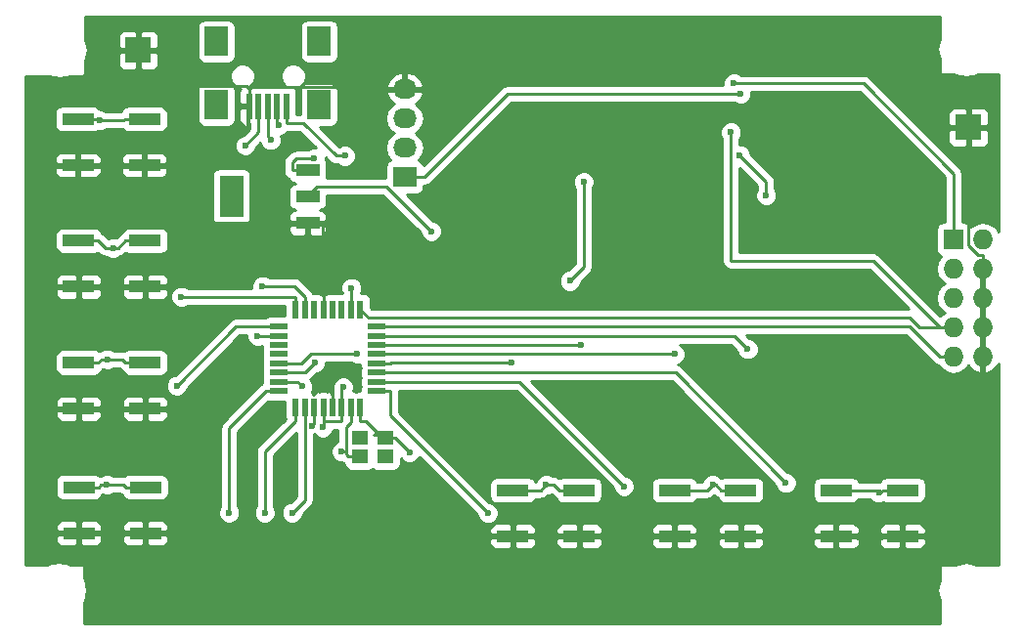
<source format=gbr>
G04 #@! TF.FileFunction,Copper,L1,Top,Signal*
%FSLAX46Y46*%
G04 Gerber Fmt 4.6, Leading zero omitted, Abs format (unit mm)*
G04 Created by KiCad (PCBNEW 4.0.1-3.201512161002+6197~38~ubuntu14.04.1-stable) date Sat 19 Dec 2015 01:41:55 AM EET*
%MOMM*%
G01*
G04 APERTURE LIST*
%ADD10C,0.100000*%
%ADD11R,2.750000X1.000000*%
%ADD12R,0.550000X1.600000*%
%ADD13R,1.600000X0.550000*%
%ADD14R,0.500380X2.301240*%
%ADD15R,1.998980X2.499360*%
%ADD16R,1.727200X1.727200*%
%ADD17O,1.727200X1.727200*%
%ADD18R,2.032000X1.727200*%
%ADD19O,2.032000X1.727200*%
%ADD20R,2.032000X3.657600*%
%ADD21R,2.032000X1.016000*%
%ADD22R,1.400000X1.200000*%
%ADD23R,2.235200X2.235200*%
%ADD24C,0.600000*%
%ADD25C,0.250000*%
%ADD26C,0.254000*%
G04 APERTURE END LIST*
D10*
D11*
X108905000Y-80470000D03*
X114655000Y-80470000D03*
X114655000Y-76470000D03*
X108905000Y-76470000D03*
D12*
X127660000Y-69600000D03*
X128460000Y-69600000D03*
X129260000Y-69600000D03*
X130060000Y-69600000D03*
X130860000Y-69600000D03*
X131660000Y-69600000D03*
X132460000Y-69600000D03*
X133260000Y-69600000D03*
D13*
X134710000Y-68150000D03*
X134710000Y-67350000D03*
X134710000Y-66550000D03*
X134710000Y-65750000D03*
X134710000Y-64950000D03*
X134710000Y-64150000D03*
X134710000Y-63350000D03*
X134710000Y-62550000D03*
D12*
X133260000Y-61100000D03*
X132460000Y-61100000D03*
X131660000Y-61100000D03*
X130860000Y-61100000D03*
X130060000Y-61100000D03*
X129260000Y-61100000D03*
X128460000Y-61100000D03*
X127660000Y-61100000D03*
D13*
X126210000Y-62550000D03*
X126210000Y-63350000D03*
X126210000Y-64150000D03*
X126210000Y-64950000D03*
X126210000Y-65750000D03*
X126210000Y-66550000D03*
X126210000Y-67350000D03*
X126210000Y-68150000D03*
D14*
X126850200Y-43449320D03*
X126050100Y-43449320D03*
X125250000Y-43449320D03*
X124449900Y-43449320D03*
X123649800Y-43449320D03*
D15*
X129700080Y-43350260D03*
X129700080Y-37851160D03*
X120799920Y-43350260D03*
X120799920Y-37851160D03*
D16*
X184600000Y-55000000D03*
D17*
X187140000Y-55000000D03*
X184600000Y-57540000D03*
X187140000Y-57540000D03*
X184600000Y-60080000D03*
X187140000Y-60080000D03*
X184600000Y-62620000D03*
X187140000Y-62620000D03*
X184600000Y-65160000D03*
X187140000Y-65160000D03*
D18*
X137100000Y-49600000D03*
D19*
X137100000Y-47060000D03*
X137100000Y-44520000D03*
X137100000Y-41980000D03*
D11*
X108825000Y-48570000D03*
X114575000Y-48570000D03*
X114575000Y-44570000D03*
X108825000Y-44570000D03*
X146455000Y-80730000D03*
X152205000Y-80730000D03*
X152205000Y-76730000D03*
X146455000Y-76730000D03*
X108875000Y-59110000D03*
X114625000Y-59110000D03*
X114625000Y-55110000D03*
X108875000Y-55110000D03*
X160455000Y-80730000D03*
X166205000Y-80730000D03*
X166205000Y-76730000D03*
X160455000Y-76730000D03*
X108875000Y-69670000D03*
X114625000Y-69670000D03*
X114625000Y-65670000D03*
X108875000Y-65670000D03*
X174455000Y-80730000D03*
X180205000Y-80730000D03*
X180205000Y-76730000D03*
X174455000Y-76730000D03*
D20*
X122098000Y-51300000D03*
D21*
X128702000Y-51300000D03*
X128702000Y-49014000D03*
X128702000Y-53586000D03*
D22*
X133200000Y-73800000D03*
X135400000Y-73800000D03*
X133200000Y-72200000D03*
X135400000Y-72200000D03*
D23*
X114050000Y-38610000D03*
X185900000Y-45300000D03*
D24*
X129100000Y-71200000D03*
X130800000Y-67800000D03*
X130300000Y-59300000D03*
X178149000Y-80877600D03*
X129289000Y-47998000D03*
X139400000Y-54300000D03*
X166200000Y-42400000D03*
X130000000Y-71300000D03*
X131800000Y-67800000D03*
X132500000Y-59200000D03*
X131650000Y-73396200D03*
X137515000Y-73439100D03*
X149355000Y-76247800D03*
X163752000Y-76247800D03*
X178149000Y-76951800D03*
X110710000Y-44697900D03*
X111866000Y-55733200D03*
X111346000Y-65394700D03*
X111328000Y-76247800D03*
X124988000Y-78686800D03*
X127360000Y-78686800D03*
X144301000Y-78730000D03*
X156100000Y-76400000D03*
X170100000Y-76100000D03*
X152600000Y-50000000D03*
X151400000Y-58600000D03*
X146367000Y-65671100D03*
X168400000Y-51200000D03*
X166100000Y-47700000D03*
X160474000Y-64950000D03*
X152365000Y-64150000D03*
X165600000Y-41500000D03*
X166797000Y-64513400D03*
X165349000Y-45732800D03*
X124797000Y-59051000D03*
X117770000Y-59974700D03*
X117372000Y-67693000D03*
X124366000Y-63350000D03*
X133000000Y-64900000D03*
X129365000Y-65641100D03*
X128234800Y-67737500D03*
X121901000Y-78686800D03*
X131931000Y-47762500D03*
X126178000Y-45125600D03*
X125500000Y-46400000D03*
X123306000Y-46878000D03*
D25*
X129260000Y-71040000D02*
X129260000Y-69600000D01*
X129100000Y-71200000D02*
X129260000Y-71040000D01*
X130860000Y-67860000D02*
X130860000Y-69600000D01*
X130800000Y-67800000D02*
X130860000Y-67860000D01*
X130060000Y-59540000D02*
X130300000Y-59300000D01*
X130060000Y-61100000D02*
X130060000Y-59540000D01*
X114625000Y-59110000D02*
X108875000Y-59110000D01*
X114575000Y-48570000D02*
X108825000Y-48570000D01*
X114655000Y-80470000D02*
X108905000Y-80470000D01*
X114575000Y-48570000D02*
X116275000Y-48570000D01*
X123650000Y-43449300D02*
X123650000Y-41973400D01*
X123419000Y-41742900D02*
X123650000Y-41973400D01*
X116936000Y-41742900D02*
X123419000Y-41742900D01*
X116936000Y-40052900D02*
X116936000Y-41742900D01*
X115493000Y-38610000D02*
X116936000Y-40052900D01*
X114050000Y-38610000D02*
X115493000Y-38610000D01*
X116936000Y-47909500D02*
X116275000Y-48570000D01*
X116936000Y-41742900D02*
X116936000Y-47909500D01*
X123848000Y-41775200D02*
X123650000Y-41973400D01*
X135554000Y-41775200D02*
X123848000Y-41775200D01*
X135759000Y-41980000D02*
X135554000Y-41775200D01*
X137100000Y-41980000D02*
X135759000Y-41980000D01*
X130043000Y-59043300D02*
X130300000Y-59300000D01*
X130043000Y-53586000D02*
X130043000Y-59043300D01*
X128702000Y-53586000D02*
X130043000Y-53586000D01*
X178357000Y-80877600D02*
X178149000Y-80877600D01*
X178505000Y-80730000D02*
X178357000Y-80877600D01*
X180205000Y-80730000D02*
X178505000Y-80730000D01*
X176303000Y-80877600D02*
X178149000Y-80877600D01*
X176155000Y-80730000D02*
X176303000Y-80877600D01*
X174455000Y-80730000D02*
X176155000Y-80730000D01*
X128702000Y-53586000D02*
X116971000Y-53586000D01*
X116971000Y-49265900D02*
X116275000Y-48570000D01*
X116971000Y-53586000D02*
X116971000Y-49265900D01*
X116971000Y-58464100D02*
X116971000Y-53586000D01*
X116325000Y-59110000D02*
X116971000Y-58464100D01*
X114625000Y-59110000D02*
X116325000Y-59110000D01*
X108875000Y-69670000D02*
X114625000Y-69670000D01*
X185900000Y-55482600D02*
X185900000Y-45300000D01*
X186768000Y-56351100D02*
X185900000Y-55482600D01*
X187140000Y-56351100D02*
X186768000Y-56351100D01*
X187140000Y-57540000D02*
X187140000Y-56351100D01*
X174455000Y-80730000D02*
X166205000Y-80730000D01*
X166205000Y-80730000D02*
X160455000Y-80730000D01*
X160455000Y-80730000D02*
X152205000Y-80730000D01*
X152205000Y-80730000D02*
X146455000Y-80730000D01*
X127710000Y-47998000D02*
X129289000Y-47998000D01*
X127361000Y-48347200D02*
X127710000Y-47998000D01*
X127361000Y-49014000D02*
X127361000Y-48347200D01*
X128702000Y-49014000D02*
X127361000Y-49014000D01*
X135500000Y-50400000D02*
X139400000Y-54300000D01*
X129500000Y-50400000D02*
X135500000Y-50400000D01*
X128702000Y-51198000D02*
X129500000Y-50400000D01*
X128702000Y-51300000D02*
X128702000Y-51198000D01*
X138800000Y-49600000D02*
X137100000Y-49600000D01*
X146000000Y-42400000D02*
X138800000Y-49600000D01*
X166200000Y-42400000D02*
X146000000Y-42400000D01*
X132460000Y-59240000D02*
X132460000Y-61100000D01*
X132500000Y-59200000D02*
X132460000Y-59240000D01*
X131660000Y-67940000D02*
X131660000Y-69600000D01*
X131800000Y-67800000D02*
X131660000Y-67940000D01*
X130060000Y-71240000D02*
X130060000Y-70779400D01*
X130000000Y-71300000D02*
X130060000Y-71240000D01*
X130060000Y-70779400D02*
X130060000Y-69600000D01*
X130114000Y-70725300D02*
X130060000Y-70779400D01*
X131660000Y-70725300D02*
X130114000Y-70725300D01*
X131660000Y-69600000D02*
X131660000Y-70725300D01*
X131650000Y-73396200D02*
X132030000Y-73396200D01*
X132030000Y-73655200D02*
X132030000Y-73396200D01*
X132175000Y-73800000D02*
X132030000Y-73655200D01*
X133200000Y-73800000D02*
X132175000Y-73800000D01*
X132460000Y-70846000D02*
X132460000Y-69600000D01*
X132030000Y-71276100D02*
X132460000Y-70846000D01*
X132030000Y-73396200D02*
X132030000Y-71276100D01*
X135218000Y-72199900D02*
X135035000Y-72199900D01*
X136275000Y-72199900D02*
X137515000Y-73439100D01*
X135400000Y-72199900D02*
X136275000Y-72199900D01*
X135400000Y-72200000D02*
X135400000Y-72199900D01*
X135400000Y-72199900D02*
X135218000Y-72199900D01*
X134609100Y-71591200D02*
X135218000Y-72199900D01*
X134609100Y-71591200D02*
X134609100Y-71899900D01*
X134800000Y-71899900D02*
X134609100Y-71899900D01*
X134609100Y-71899900D02*
X134435000Y-71899900D01*
X133743000Y-70725300D02*
X134609100Y-71591200D01*
X133260000Y-70725300D02*
X133743000Y-70725300D01*
X133260000Y-69600000D02*
X133260000Y-70725300D01*
X148873000Y-76730000D02*
X149355000Y-76247800D01*
X146455000Y-76730000D02*
X148873000Y-76730000D01*
X150505000Y-76730000D02*
X152205000Y-76730000D01*
X150022000Y-76247800D02*
X150505000Y-76730000D01*
X149355000Y-76247800D02*
X150022000Y-76247800D01*
X163270000Y-76730000D02*
X163752000Y-76247800D01*
X160455000Y-76730000D02*
X163270000Y-76730000D01*
X164505000Y-76730000D02*
X166205000Y-76730000D01*
X164022000Y-76247800D02*
X164505000Y-76730000D01*
X163752000Y-76247800D02*
X164022000Y-76247800D01*
X178283000Y-76951800D02*
X178149000Y-76951800D01*
X178505000Y-76730000D02*
X178283000Y-76951800D01*
X180205000Y-76730000D02*
X178505000Y-76730000D01*
X177927000Y-76730000D02*
X178149000Y-76951800D01*
X174455000Y-76730000D02*
X177927000Y-76730000D01*
X110653000Y-44697900D02*
X110710000Y-44697900D01*
X110525000Y-44570000D02*
X110653000Y-44697900D01*
X108825000Y-44570000D02*
X110525000Y-44570000D01*
X112747000Y-44697900D02*
X110710000Y-44697900D01*
X112875000Y-44570000D02*
X112747000Y-44697900D01*
X114575000Y-44570000D02*
X112875000Y-44570000D01*
X111198000Y-55733200D02*
X111866000Y-55733200D01*
X110575000Y-55110000D02*
X111198000Y-55733200D01*
X108875000Y-55110000D02*
X110575000Y-55110000D01*
X112302000Y-55733200D02*
X111866000Y-55733200D01*
X112925000Y-55110000D02*
X112302000Y-55733200D01*
X114625000Y-55110000D02*
X112925000Y-55110000D01*
X110851000Y-65394700D02*
X111346000Y-65394700D01*
X110575000Y-65670000D02*
X110851000Y-65394700D01*
X108875000Y-65670000D02*
X110575000Y-65670000D01*
X112925000Y-65670000D02*
X114625000Y-65670000D01*
X112649000Y-65394700D02*
X112925000Y-65670000D01*
X111346000Y-65394700D02*
X112649000Y-65394700D01*
X110828000Y-76247800D02*
X111328000Y-76247800D01*
X110605000Y-76470000D02*
X110828000Y-76247800D01*
X108905000Y-76470000D02*
X110605000Y-76470000D01*
X112732000Y-76247800D02*
X111328000Y-76247800D01*
X112955000Y-76470000D02*
X112732000Y-76247800D01*
X114655000Y-76470000D02*
X112955000Y-76470000D01*
X124988000Y-73397800D02*
X124988000Y-78686800D01*
X127660000Y-70725300D02*
X124988000Y-73397800D01*
X127660000Y-69600000D02*
X127660000Y-70725300D01*
X128460000Y-77586600D02*
X128460000Y-69600000D01*
X127360000Y-78686800D02*
X128460000Y-77586600D01*
X135835000Y-70264400D02*
X144301000Y-78730000D01*
X135835000Y-68150000D02*
X135835000Y-70264400D01*
X134710000Y-68150000D02*
X135835000Y-68150000D01*
X147050000Y-67350000D02*
X156100000Y-76400000D01*
X134710000Y-67350000D02*
X147050000Y-67350000D01*
X160550000Y-66550000D02*
X170100000Y-76100000D01*
X134710000Y-66550000D02*
X160550000Y-66550000D01*
X152600000Y-57400000D02*
X152600000Y-50000000D01*
X151400000Y-58600000D02*
X152600000Y-57400000D01*
X135914000Y-65671100D02*
X146367000Y-65671100D01*
X135835000Y-65750000D02*
X135914000Y-65671100D01*
X134710000Y-65750000D02*
X135835000Y-65750000D01*
X168400000Y-50000000D02*
X166100000Y-47700000D01*
X168400000Y-51200000D02*
X168400000Y-50000000D01*
X160474000Y-64950000D02*
X134710000Y-64950000D01*
X152365000Y-64150000D02*
X134710000Y-64150000D01*
X176800000Y-41500000D02*
X165600000Y-41500000D01*
X184600000Y-49300000D02*
X176800000Y-41500000D01*
X184600000Y-55000000D02*
X184600000Y-49300000D01*
X165634000Y-63350000D02*
X134710000Y-63350000D01*
X166797000Y-64513400D02*
X165634000Y-63350000D01*
X183411000Y-65160000D02*
X184600000Y-65160000D01*
X180801000Y-62550000D02*
X183411000Y-65160000D01*
X134710000Y-62550000D02*
X180801000Y-62550000D01*
X133960000Y-61800000D02*
X133260000Y-61100000D01*
X180800000Y-61800000D02*
X133960000Y-61800000D01*
X181620000Y-62620000D02*
X180800000Y-61800000D01*
X183411000Y-62620000D02*
X181620000Y-62620000D01*
X165349000Y-56872900D02*
X165349000Y-45732800D01*
X177664000Y-56872900D02*
X165349000Y-56872900D01*
X183411000Y-62620000D02*
X177664000Y-56872900D01*
X184600000Y-62620000D02*
X183411000Y-62620000D01*
X184600000Y-62620000D02*
X183411000Y-62620000D01*
X127536000Y-59051000D02*
X124797000Y-59051000D01*
X128460000Y-59974700D02*
X127536000Y-59051000D01*
X128460000Y-61100000D02*
X128460000Y-59974700D01*
X127660000Y-59974700D02*
X127660000Y-61100000D01*
X117770000Y-59974700D02*
X127660000Y-59974700D01*
X122515000Y-62550000D02*
X126210000Y-62550000D01*
X117372000Y-67693000D02*
X122515000Y-62550000D01*
X124366000Y-63350000D02*
X126210000Y-63350000D01*
X129000000Y-64900000D02*
X133000000Y-64900000D01*
X128150000Y-65750000D02*
X129000000Y-64900000D01*
X126210000Y-65750000D02*
X128150000Y-65750000D01*
X128456100Y-66550000D02*
X126210000Y-66550000D01*
X129365000Y-65641100D02*
X128456100Y-66550000D01*
X127847300Y-67350000D02*
X126210000Y-67350000D01*
X128234800Y-67737500D02*
X127847300Y-67350000D01*
X121901000Y-71333400D02*
X121901000Y-78686800D01*
X125085000Y-68150000D02*
X121901000Y-71333400D01*
X126210000Y-68150000D02*
X125085000Y-68150000D01*
X126850000Y-44925200D02*
X126850000Y-44556200D01*
X128326000Y-44925200D02*
X126850000Y-44925200D01*
X131163000Y-47762500D02*
X128326000Y-44925200D01*
X131931000Y-47762500D02*
X131163000Y-47762500D01*
X126850000Y-44556200D02*
X126850000Y-44556000D01*
X126850000Y-44556000D02*
X126850000Y-44187200D01*
X126850000Y-44556200D02*
X126850000Y-44556000D01*
X126850000Y-44556000D02*
X126850000Y-44187200D01*
X126850000Y-44187200D02*
X126850000Y-44002700D01*
X126850000Y-44002700D02*
X126850000Y-43818200D01*
X126850200Y-44002500D02*
X126850200Y-43449300D01*
X126850000Y-44002700D02*
X126850200Y-44002500D01*
X126050000Y-44925200D02*
X126050000Y-44556200D01*
X126178000Y-45053300D02*
X126050000Y-44925200D01*
X126178000Y-45125600D02*
X126178000Y-45053300D01*
X126050000Y-44556200D02*
X126050000Y-44556100D01*
X126050000Y-44556100D02*
X126050000Y-44187200D01*
X126050000Y-44556200D02*
X126050000Y-44556100D01*
X126050000Y-44556100D02*
X126050000Y-44187200D01*
X126050000Y-44187200D02*
X126050000Y-44002700D01*
X126050000Y-44002700D02*
X126050000Y-43818200D01*
X126050100Y-44002600D02*
X126050100Y-43449300D01*
X126050000Y-44002700D02*
X126050100Y-44002600D01*
X125250000Y-46150000D02*
X125250000Y-43449300D01*
X125500000Y-46400000D02*
X125250000Y-46150000D01*
X124450000Y-45733600D02*
X124450000Y-45162500D01*
X123306000Y-46878000D02*
X124450000Y-45733600D01*
X124450000Y-45162500D02*
X124450000Y-45162400D01*
X124450000Y-45162400D02*
X124450000Y-44591400D01*
X124450000Y-45162500D02*
X124450000Y-45162400D01*
X124450000Y-45162400D02*
X124450000Y-44591400D01*
X124450000Y-44591400D02*
X124450000Y-44305800D01*
X124450000Y-44305800D02*
X124450000Y-44020300D01*
X124449900Y-44305700D02*
X124449900Y-43449300D01*
X124450000Y-44305800D02*
X124449900Y-44305700D01*
D26*
G36*
X183473000Y-37446517D02*
X183410559Y-37539967D01*
X183223575Y-38480000D01*
X183410559Y-39420033D01*
X183473000Y-39513483D01*
X183473000Y-40600000D01*
X183483006Y-40649410D01*
X183511447Y-40691035D01*
X183553841Y-40718315D01*
X183600000Y-40727000D01*
X184706382Y-40727000D01*
X184739967Y-40749441D01*
X185680000Y-40936425D01*
X186620033Y-40749441D01*
X186653618Y-40727000D01*
X188490000Y-40727000D01*
X188490000Y-54330900D01*
X188229029Y-53940330D01*
X187742848Y-53615474D01*
X187169359Y-53501400D01*
X187110641Y-53501400D01*
X186537152Y-53615474D01*
X186071558Y-53926574D01*
X186066762Y-53901083D01*
X185927690Y-53684959D01*
X185715490Y-53539969D01*
X185463600Y-53488960D01*
X185360000Y-53488960D01*
X185360000Y-49300000D01*
X185302148Y-49009161D01*
X185137401Y-48762599D01*
X181960552Y-45585750D01*
X184147400Y-45585750D01*
X184147400Y-46543910D01*
X184244073Y-46777299D01*
X184422702Y-46955927D01*
X184656091Y-47052600D01*
X185614250Y-47052600D01*
X185773000Y-46893850D01*
X185773000Y-45427000D01*
X186027000Y-45427000D01*
X186027000Y-46893850D01*
X186185750Y-47052600D01*
X187143909Y-47052600D01*
X187377298Y-46955927D01*
X187555927Y-46777299D01*
X187652600Y-46543910D01*
X187652600Y-45585750D01*
X187493850Y-45427000D01*
X186027000Y-45427000D01*
X185773000Y-45427000D01*
X184306150Y-45427000D01*
X184147400Y-45585750D01*
X181960552Y-45585750D01*
X180430892Y-44056090D01*
X184147400Y-44056090D01*
X184147400Y-45014250D01*
X184306150Y-45173000D01*
X185773000Y-45173000D01*
X185773000Y-43706150D01*
X186027000Y-43706150D01*
X186027000Y-45173000D01*
X187493850Y-45173000D01*
X187652600Y-45014250D01*
X187652600Y-44056090D01*
X187555927Y-43822701D01*
X187377298Y-43644073D01*
X187143909Y-43547400D01*
X186185750Y-43547400D01*
X186027000Y-43706150D01*
X185773000Y-43706150D01*
X185614250Y-43547400D01*
X184656091Y-43547400D01*
X184422702Y-43644073D01*
X184244073Y-43822701D01*
X184147400Y-44056090D01*
X180430892Y-44056090D01*
X177337401Y-40962599D01*
X177090839Y-40797852D01*
X176800000Y-40740000D01*
X166162463Y-40740000D01*
X166130327Y-40707808D01*
X165786799Y-40565162D01*
X165414833Y-40564838D01*
X165071057Y-40706883D01*
X164807808Y-40969673D01*
X164665162Y-41313201D01*
X164664877Y-41640000D01*
X146000000Y-41640000D01*
X145709161Y-41697852D01*
X145462599Y-41862599D01*
X138735783Y-48589415D01*
X138719162Y-48501083D01*
X138580090Y-48284959D01*
X138367890Y-48139969D01*
X138326561Y-48131600D01*
X138344415Y-48119670D01*
X138669271Y-47633489D01*
X138783345Y-47060000D01*
X138669271Y-46486511D01*
X138344415Y-46000330D01*
X138029634Y-45790000D01*
X138344415Y-45579670D01*
X138669271Y-45093489D01*
X138783345Y-44520000D01*
X138669271Y-43946511D01*
X138344415Y-43460330D01*
X138034931Y-43253539D01*
X138450732Y-42882036D01*
X138704709Y-42354791D01*
X138707358Y-42339026D01*
X138586217Y-42107000D01*
X137227000Y-42107000D01*
X137227000Y-42127000D01*
X136973000Y-42127000D01*
X136973000Y-42107000D01*
X135613783Y-42107000D01*
X135492642Y-42339026D01*
X135495291Y-42354791D01*
X135749268Y-42882036D01*
X136165069Y-43253539D01*
X135855585Y-43460330D01*
X135530729Y-43946511D01*
X135416655Y-44520000D01*
X135530729Y-45093489D01*
X135855585Y-45579670D01*
X136170366Y-45790000D01*
X135855585Y-46000330D01*
X135530729Y-46486511D01*
X135416655Y-47060000D01*
X135530729Y-47633489D01*
X135855585Y-48119670D01*
X135869913Y-48129243D01*
X135848683Y-48133238D01*
X135632559Y-48272310D01*
X135487569Y-48484510D01*
X135436560Y-48736400D01*
X135436560Y-49640000D01*
X130341544Y-49640000D01*
X130365440Y-49522000D01*
X130365440Y-48506000D01*
X130321162Y-48270683D01*
X130223895Y-48119526D01*
X130224088Y-47898348D01*
X130625570Y-48299873D01*
X130625589Y-48299885D01*
X130625599Y-48299901D01*
X130743592Y-48378741D01*
X130872123Y-48464632D01*
X130872143Y-48464636D01*
X130872161Y-48464648D01*
X131021840Y-48494421D01*
X131162960Y-48522500D01*
X131162980Y-48522496D01*
X131163000Y-48522500D01*
X131368537Y-48522500D01*
X131400673Y-48554692D01*
X131744201Y-48697338D01*
X132116167Y-48697662D01*
X132459943Y-48555617D01*
X132723192Y-48292827D01*
X132865838Y-47949299D01*
X132866162Y-47577333D01*
X132724117Y-47233557D01*
X132461327Y-46970308D01*
X132117799Y-46827662D01*
X131745833Y-46827338D01*
X131432242Y-46956911D01*
X129722892Y-45247380D01*
X130699570Y-45247380D01*
X130934887Y-45203102D01*
X131151011Y-45064030D01*
X131296001Y-44851830D01*
X131347010Y-44599940D01*
X131347010Y-42100580D01*
X131302732Y-41865263D01*
X131163660Y-41649139D01*
X131122440Y-41620974D01*
X135492642Y-41620974D01*
X135613783Y-41853000D01*
X136973000Y-41853000D01*
X136973000Y-40639076D01*
X137227000Y-40639076D01*
X137227000Y-41853000D01*
X138586217Y-41853000D01*
X138707358Y-41620974D01*
X138704709Y-41605209D01*
X138450732Y-41077964D01*
X138014320Y-40688046D01*
X137461913Y-40494816D01*
X137227000Y-40639076D01*
X136973000Y-40639076D01*
X136738087Y-40494816D01*
X136185680Y-40688046D01*
X135749268Y-41077964D01*
X135495291Y-41605209D01*
X135492642Y-41620974D01*
X131122440Y-41620974D01*
X130951460Y-41504149D01*
X130699570Y-41453140D01*
X128700590Y-41453140D01*
X128465273Y-41497418D01*
X128249149Y-41636490D01*
X128104159Y-41848690D01*
X128053150Y-42100580D01*
X128053150Y-44165200D01*
X127747830Y-44165200D01*
X127747830Y-42298700D01*
X127703552Y-42063383D01*
X127621345Y-41935630D01*
X127664430Y-41935668D01*
X128063203Y-41770898D01*
X128368566Y-41466067D01*
X128534031Y-41067583D01*
X128534408Y-40636110D01*
X128369638Y-40237337D01*
X128064807Y-39931974D01*
X127666323Y-39766509D01*
X127234850Y-39766132D01*
X126836077Y-39930902D01*
X126530714Y-40235733D01*
X126365249Y-40634217D01*
X126364872Y-41065690D01*
X126529642Y-41464463D01*
X126716114Y-41651260D01*
X126600010Y-41651260D01*
X126444648Y-41680493D01*
X126300290Y-41651260D01*
X125799910Y-41651260D01*
X125644548Y-41680493D01*
X125500190Y-41651260D01*
X124999810Y-41651260D01*
X124844448Y-41680493D01*
X124700090Y-41651260D01*
X124199710Y-41651260D01*
X124059816Y-41677583D01*
X124026300Y-41663700D01*
X123933645Y-41663700D01*
X123788845Y-41808500D01*
X123776802Y-41816249D01*
X123776802Y-41663700D01*
X123771308Y-41663700D01*
X123969286Y-41466067D01*
X124134751Y-41067583D01*
X124135128Y-40636110D01*
X123970358Y-40237337D01*
X123665527Y-39931974D01*
X123267043Y-39766509D01*
X122835570Y-39766132D01*
X122436797Y-39930902D01*
X122131434Y-40235733D01*
X121965969Y-40634217D01*
X121965592Y-41065690D01*
X122130362Y-41464463D01*
X122435193Y-41769826D01*
X122833677Y-41935291D01*
X122864967Y-41935318D01*
X122861283Y-41939002D01*
X122764610Y-42172391D01*
X122764610Y-43163570D01*
X122923360Y-43322320D01*
X123524705Y-43322320D01*
X123524705Y-43302320D01*
X123552270Y-43302320D01*
X123552270Y-44599940D01*
X123596548Y-44835257D01*
X123690000Y-44980486D01*
X123690000Y-45418876D01*
X123166181Y-45942878D01*
X123120833Y-45942838D01*
X122777057Y-46084883D01*
X122513808Y-46347673D01*
X122371162Y-46691201D01*
X122370838Y-47063167D01*
X122512883Y-47406943D01*
X122775673Y-47670192D01*
X123119201Y-47812838D01*
X123491167Y-47813162D01*
X123834943Y-47671117D01*
X124098192Y-47408327D01*
X124240838Y-47064799D01*
X124240879Y-47017784D01*
X124596571Y-46661967D01*
X124706883Y-46928943D01*
X124969673Y-47192192D01*
X125313201Y-47334838D01*
X125685167Y-47335162D01*
X126028943Y-47193117D01*
X126292192Y-46930327D01*
X126434838Y-46586799D01*
X126435162Y-46214833D01*
X126370286Y-46057821D01*
X126706943Y-45918717D01*
X126940868Y-45685200D01*
X128011173Y-45685200D01*
X129388914Y-47063086D01*
X129103833Y-47062838D01*
X128760057Y-47204883D01*
X128726882Y-47238000D01*
X127710000Y-47238000D01*
X127709891Y-47238022D01*
X127709782Y-47238000D01*
X127563790Y-47267083D01*
X127419161Y-47295852D01*
X127419069Y-47295913D01*
X127418960Y-47295935D01*
X127295458Y-47378507D01*
X127172599Y-47460599D01*
X127172537Y-47460691D01*
X127172445Y-47460753D01*
X126823445Y-47809953D01*
X126741270Y-47933013D01*
X126658852Y-48056361D01*
X126658830Y-48056470D01*
X126658769Y-48056562D01*
X126630000Y-48201409D01*
X126601000Y-48347200D01*
X126601000Y-49014000D01*
X126658852Y-49304839D01*
X126823599Y-49551401D01*
X127070161Y-49716148D01*
X127075283Y-49717167D01*
X127082838Y-49757317D01*
X127221910Y-49973441D01*
X127434110Y-50118431D01*
X127622314Y-50156543D01*
X127450683Y-50188838D01*
X127234559Y-50327910D01*
X127089569Y-50540110D01*
X127038560Y-50792000D01*
X127038560Y-51808000D01*
X127082838Y-52043317D01*
X127221910Y-52259441D01*
X127434110Y-52404431D01*
X127624569Y-52443000D01*
X127559690Y-52443000D01*
X127326301Y-52539673D01*
X127147673Y-52718302D01*
X127051000Y-52951691D01*
X127051000Y-53300250D01*
X127209750Y-53459000D01*
X128575000Y-53459000D01*
X128575000Y-53439000D01*
X128829000Y-53439000D01*
X128829000Y-53459000D01*
X130194250Y-53459000D01*
X130353000Y-53300250D01*
X130353000Y-52951691D01*
X130256327Y-52718302D01*
X130077699Y-52539673D01*
X129844310Y-52443000D01*
X129784113Y-52443000D01*
X129953317Y-52411162D01*
X130169441Y-52272090D01*
X130314431Y-52059890D01*
X130365440Y-51808000D01*
X130365440Y-51160000D01*
X135185198Y-51160000D01*
X138464878Y-54439680D01*
X138464838Y-54485167D01*
X138606883Y-54828943D01*
X138869673Y-55092192D01*
X139213201Y-55234838D01*
X139585167Y-55235162D01*
X139928943Y-55093117D01*
X140192192Y-54830327D01*
X140334838Y-54486799D01*
X140335162Y-54114833D01*
X140193117Y-53771057D01*
X139930327Y-53507808D01*
X139586799Y-53365162D01*
X139539923Y-53365121D01*
X137285842Y-51111040D01*
X138116000Y-51111040D01*
X138351317Y-51066762D01*
X138567441Y-50927690D01*
X138712431Y-50715490D01*
X138763440Y-50463600D01*
X138763440Y-50360000D01*
X138800000Y-50360000D01*
X139090839Y-50302148D01*
X139337401Y-50137401D01*
X146314802Y-43160000D01*
X165637537Y-43160000D01*
X165669673Y-43192192D01*
X166013201Y-43334838D01*
X166385167Y-43335162D01*
X166728943Y-43193117D01*
X166992192Y-42930327D01*
X167134838Y-42586799D01*
X167135123Y-42260000D01*
X176485198Y-42260000D01*
X183840000Y-49614802D01*
X183840000Y-53488960D01*
X183736400Y-53488960D01*
X183501083Y-53533238D01*
X183284959Y-53672310D01*
X183139969Y-53884510D01*
X183088960Y-54136400D01*
X183088960Y-55863600D01*
X183133238Y-56098917D01*
X183272310Y-56315041D01*
X183484510Y-56460031D01*
X183528131Y-56468864D01*
X183510971Y-56480330D01*
X183186115Y-56966511D01*
X183072041Y-57540000D01*
X183186115Y-58113489D01*
X183510971Y-58599670D01*
X183825752Y-58810000D01*
X183510971Y-59020330D01*
X183186115Y-59506511D01*
X183072041Y-60080000D01*
X183186115Y-60653489D01*
X183510971Y-61139670D01*
X183825752Y-61350000D01*
X183510971Y-61560330D01*
X183476993Y-61611182D01*
X178201406Y-56335504D01*
X178201403Y-56335502D01*
X178201401Y-56335499D01*
X178048090Y-56233060D01*
X177954845Y-56170755D01*
X177954843Y-56170755D01*
X177954839Y-56170752D01*
X177790601Y-56138083D01*
X177664007Y-56112900D01*
X177664003Y-56112901D01*
X177664000Y-56112900D01*
X166109000Y-56112900D01*
X166109000Y-48783802D01*
X167640000Y-50314802D01*
X167640000Y-50637537D01*
X167607808Y-50669673D01*
X167465162Y-51013201D01*
X167464838Y-51385167D01*
X167606883Y-51728943D01*
X167869673Y-51992192D01*
X168213201Y-52134838D01*
X168585167Y-52135162D01*
X168928943Y-51993117D01*
X169192192Y-51730327D01*
X169334838Y-51386799D01*
X169335162Y-51014833D01*
X169193117Y-50671057D01*
X169160000Y-50637882D01*
X169160000Y-50000000D01*
X169122843Y-49813201D01*
X169102148Y-49709160D01*
X168937401Y-49462599D01*
X167035122Y-47560320D01*
X167035162Y-47514833D01*
X166893117Y-47171057D01*
X166630327Y-46907808D01*
X166286799Y-46765162D01*
X166109000Y-46765007D01*
X166109000Y-46295263D01*
X166141192Y-46263127D01*
X166283838Y-45919599D01*
X166284162Y-45547633D01*
X166142117Y-45203857D01*
X165879327Y-44940608D01*
X165535799Y-44797962D01*
X165163833Y-44797638D01*
X164820057Y-44939683D01*
X164556808Y-45202473D01*
X164414162Y-45546001D01*
X164413838Y-45917967D01*
X164555883Y-46261743D01*
X164589000Y-46294918D01*
X164589000Y-56872900D01*
X164646852Y-57163739D01*
X164811599Y-57410301D01*
X165058161Y-57575048D01*
X165349000Y-57632900D01*
X177349194Y-57632900D01*
X180756235Y-61040000D01*
X134274803Y-61040000D01*
X134182440Y-60947637D01*
X134182440Y-60300000D01*
X134138162Y-60064683D01*
X133999090Y-59848559D01*
X133786890Y-59703569D01*
X133535000Y-59652560D01*
X133324484Y-59652560D01*
X133434838Y-59386799D01*
X133435162Y-59014833D01*
X133340267Y-58785167D01*
X150464838Y-58785167D01*
X150606883Y-59128943D01*
X150869673Y-59392192D01*
X151213201Y-59534838D01*
X151585167Y-59535162D01*
X151928943Y-59393117D01*
X152192192Y-59130327D01*
X152334838Y-58786799D01*
X152334879Y-58739923D01*
X153137401Y-57937401D01*
X153302148Y-57690840D01*
X153360000Y-57400000D01*
X153360000Y-50562463D01*
X153392192Y-50530327D01*
X153534838Y-50186799D01*
X153535162Y-49814833D01*
X153393117Y-49471057D01*
X153130327Y-49207808D01*
X152786799Y-49065162D01*
X152414833Y-49064838D01*
X152071057Y-49206883D01*
X151807808Y-49469673D01*
X151665162Y-49813201D01*
X151664838Y-50185167D01*
X151806883Y-50528943D01*
X151840000Y-50562118D01*
X151840000Y-57085198D01*
X151260320Y-57664878D01*
X151214833Y-57664838D01*
X150871057Y-57806883D01*
X150607808Y-58069673D01*
X150465162Y-58413201D01*
X150464838Y-58785167D01*
X133340267Y-58785167D01*
X133293117Y-58671057D01*
X133030327Y-58407808D01*
X132686799Y-58265162D01*
X132314833Y-58264838D01*
X131971057Y-58406883D01*
X131707808Y-58669673D01*
X131565162Y-59013201D01*
X131564838Y-59385167D01*
X131675322Y-59652560D01*
X131385000Y-59652560D01*
X131255411Y-59676944D01*
X131135000Y-59652560D01*
X130585000Y-59652560D01*
X130479295Y-59672450D01*
X130461310Y-59665000D01*
X130345750Y-59665000D01*
X130249349Y-59761401D01*
X130133559Y-59835910D01*
X130060116Y-59943397D01*
X129999090Y-59848559D01*
X129868755Y-59759505D01*
X129774250Y-59665000D01*
X129658690Y-59665000D01*
X129638247Y-59673468D01*
X129535000Y-59652560D01*
X129141255Y-59652560D01*
X129078783Y-59559096D01*
X128997401Y-59437299D01*
X128997350Y-59437265D01*
X128997314Y-59437211D01*
X128073314Y-58513512D01*
X127950664Y-58431589D01*
X127826839Y-58348852D01*
X127826777Y-58348840D01*
X127826725Y-58348805D01*
X127681726Y-58319987D01*
X127536000Y-58291000D01*
X125359463Y-58291000D01*
X125327327Y-58258808D01*
X124983799Y-58116162D01*
X124611833Y-58115838D01*
X124268057Y-58257883D01*
X124004808Y-58520673D01*
X123862162Y-58864201D01*
X123861857Y-59214700D01*
X118332463Y-59214700D01*
X118300327Y-59182508D01*
X117956799Y-59039862D01*
X117584833Y-59039538D01*
X117241057Y-59181583D01*
X116977808Y-59444373D01*
X116835162Y-59787901D01*
X116834838Y-60159867D01*
X116976883Y-60503643D01*
X117239673Y-60766892D01*
X117583201Y-60909538D01*
X117955167Y-60909862D01*
X118298943Y-60767817D01*
X118332118Y-60734700D01*
X126737560Y-60734700D01*
X126737560Y-61627560D01*
X125410000Y-61627560D01*
X125174683Y-61671838D01*
X124991054Y-61790000D01*
X122515000Y-61790000D01*
X122224160Y-61847852D01*
X121977599Y-62012599D01*
X117232320Y-66757878D01*
X117186833Y-66757838D01*
X116843057Y-66899883D01*
X116579808Y-67162673D01*
X116437162Y-67506201D01*
X116436838Y-67878167D01*
X116578883Y-68221943D01*
X116841673Y-68485192D01*
X117185201Y-68627838D01*
X117557167Y-68628162D01*
X117900943Y-68486117D01*
X118164192Y-68223327D01*
X118306838Y-67879799D01*
X118306879Y-67832923D01*
X122829802Y-63310000D01*
X123431034Y-63310000D01*
X123430838Y-63535167D01*
X123572883Y-63878943D01*
X123835673Y-64142192D01*
X124179201Y-64284838D01*
X124551167Y-64285162D01*
X124762560Y-64197816D01*
X124762560Y-64425000D01*
X124786944Y-64554589D01*
X124762560Y-64675000D01*
X124762560Y-65225000D01*
X124786944Y-65354589D01*
X124762560Y-65475000D01*
X124762560Y-66025000D01*
X124786944Y-66154589D01*
X124762560Y-66275000D01*
X124762560Y-66825000D01*
X124786944Y-66954589D01*
X124762560Y-67075000D01*
X124762560Y-67468967D01*
X124670298Y-67530614D01*
X124547650Y-67612548D01*
X121363649Y-70795948D01*
X121363628Y-70795980D01*
X121363599Y-70795999D01*
X121283394Y-70916035D01*
X121198880Y-71042494D01*
X121198873Y-71042530D01*
X121198852Y-71042561D01*
X121169590Y-71189671D01*
X121141000Y-71333328D01*
X121141007Y-71333364D01*
X121141000Y-71333400D01*
X121141000Y-78124337D01*
X121108808Y-78156473D01*
X120966162Y-78500001D01*
X120965838Y-78871967D01*
X121107883Y-79215743D01*
X121370673Y-79478992D01*
X121714201Y-79621638D01*
X122086167Y-79621962D01*
X122429943Y-79479917D01*
X122693192Y-79217127D01*
X122835838Y-78873599D01*
X122836162Y-78501633D01*
X122694117Y-78157857D01*
X122661000Y-78124682D01*
X122661000Y-71648245D01*
X125266380Y-69043356D01*
X125410000Y-69072440D01*
X126737560Y-69072440D01*
X126737560Y-70400000D01*
X126764958Y-70545606D01*
X124450549Y-72860449D01*
X124367789Y-72984334D01*
X124285852Y-73106961D01*
X124285845Y-73106996D01*
X124285825Y-73107026D01*
X124257113Y-73251441D01*
X124228000Y-73397800D01*
X124228000Y-78124337D01*
X124195808Y-78156473D01*
X124053162Y-78500001D01*
X124052838Y-78871967D01*
X124194883Y-79215743D01*
X124457673Y-79478992D01*
X124801201Y-79621638D01*
X125173167Y-79621962D01*
X125516943Y-79479917D01*
X125780192Y-79217127D01*
X125922838Y-78873599D01*
X125923162Y-78501633D01*
X125781117Y-78157857D01*
X125748000Y-78124682D01*
X125748000Y-73712560D01*
X127700000Y-71760195D01*
X127700000Y-77271838D01*
X127220248Y-77751678D01*
X127174833Y-77751638D01*
X126831057Y-77893683D01*
X126567808Y-78156473D01*
X126425162Y-78500001D01*
X126424838Y-78871967D01*
X126566883Y-79215743D01*
X126829673Y-79478992D01*
X127173201Y-79621638D01*
X127545167Y-79621962D01*
X127888943Y-79479917D01*
X128152192Y-79217127D01*
X128294838Y-78873599D01*
X128294879Y-78826651D01*
X128997450Y-78123953D01*
X129081888Y-77997557D01*
X129162148Y-77877439D01*
X129162155Y-77877405D01*
X129162174Y-77877376D01*
X129190814Y-77733326D01*
X129220000Y-77586600D01*
X129220000Y-71842083D01*
X129469673Y-72092192D01*
X129813201Y-72234838D01*
X130185167Y-72235162D01*
X130528943Y-72093117D01*
X130792192Y-71830327D01*
X130934838Y-71486799D01*
X130934839Y-71485300D01*
X131270000Y-71485300D01*
X131270000Y-72541541D01*
X131121057Y-72603083D01*
X130857808Y-72865873D01*
X130715162Y-73209401D01*
X130714838Y-73581367D01*
X130856883Y-73925143D01*
X131119673Y-74188392D01*
X131463201Y-74331038D01*
X131631373Y-74331184D01*
X131637970Y-74337772D01*
X131761328Y-74420074D01*
X131870000Y-74492686D01*
X131896838Y-74635317D01*
X132035910Y-74851441D01*
X132248110Y-74996431D01*
X132500000Y-75047440D01*
X133900000Y-75047440D01*
X134135317Y-75003162D01*
X134301477Y-74896241D01*
X134448110Y-74996431D01*
X134700000Y-75047440D01*
X136100000Y-75047440D01*
X136335317Y-75003162D01*
X136551441Y-74864090D01*
X136696431Y-74651890D01*
X136747440Y-74400000D01*
X136747440Y-73993645D01*
X136984673Y-74231292D01*
X137328201Y-74373938D01*
X137700167Y-74374262D01*
X138043943Y-74232217D01*
X138307192Y-73969427D01*
X138353602Y-73857660D01*
X143365878Y-78869699D01*
X143365838Y-78915167D01*
X143507883Y-79258943D01*
X143770673Y-79522192D01*
X144114201Y-79664838D01*
X144486167Y-79665162D01*
X144829943Y-79523117D01*
X145093192Y-79260327D01*
X145235838Y-78916799D01*
X145236162Y-78544833D01*
X145094117Y-78201057D01*
X144831327Y-77937808D01*
X144487799Y-77795162D01*
X144440904Y-77795121D01*
X142875710Y-76230000D01*
X144432560Y-76230000D01*
X144432560Y-77230000D01*
X144476838Y-77465317D01*
X144615910Y-77681441D01*
X144828110Y-77826431D01*
X145080000Y-77877440D01*
X147830000Y-77877440D01*
X148065317Y-77833162D01*
X148281441Y-77694090D01*
X148420890Y-77490000D01*
X148873000Y-77490000D01*
X148873079Y-77489984D01*
X148873158Y-77490000D01*
X149017355Y-77461286D01*
X149163839Y-77432148D01*
X149163907Y-77432103D01*
X149163985Y-77432087D01*
X149287909Y-77349247D01*
X149410401Y-77267401D01*
X149410445Y-77267336D01*
X149410513Y-77267290D01*
X149494845Y-77182923D01*
X149540167Y-77182962D01*
X149782658Y-77082767D01*
X149968045Y-77267847D01*
X150091442Y-77350150D01*
X150214161Y-77432148D01*
X150214475Y-77432211D01*
X150214743Y-77432389D01*
X150220871Y-77433603D01*
X150226838Y-77465317D01*
X150365910Y-77681441D01*
X150578110Y-77826431D01*
X150830000Y-77877440D01*
X153580000Y-77877440D01*
X153815317Y-77833162D01*
X154031441Y-77694090D01*
X154176431Y-77481890D01*
X154227440Y-77230000D01*
X154227440Y-76230000D01*
X154183162Y-75994683D01*
X154044090Y-75778559D01*
X153831890Y-75633569D01*
X153580000Y-75582560D01*
X150830000Y-75582560D01*
X150594683Y-75626838D01*
X150513074Y-75679352D01*
X150435697Y-75627743D01*
X150312839Y-75545652D01*
X150312525Y-75545589D01*
X150312257Y-75545411D01*
X150166862Y-75516615D01*
X150022000Y-75487800D01*
X149917463Y-75487800D01*
X149885327Y-75455608D01*
X149541799Y-75312962D01*
X149169833Y-75312638D01*
X148826057Y-75454683D01*
X148562808Y-75717473D01*
X148457949Y-75970000D01*
X148417279Y-75970000D01*
X148294090Y-75778559D01*
X148081890Y-75633569D01*
X147830000Y-75582560D01*
X145080000Y-75582560D01*
X144844683Y-75626838D01*
X144628559Y-75765910D01*
X144483569Y-75978110D01*
X144432560Y-76230000D01*
X142875710Y-76230000D01*
X136595000Y-69949587D01*
X136595000Y-68150000D01*
X136587043Y-68110000D01*
X146735198Y-68110000D01*
X155164878Y-76539680D01*
X155164838Y-76585167D01*
X155306883Y-76928943D01*
X155569673Y-77192192D01*
X155913201Y-77334838D01*
X156285167Y-77335162D01*
X156628943Y-77193117D01*
X156892192Y-76930327D01*
X157034838Y-76586799D01*
X157035148Y-76230000D01*
X158432560Y-76230000D01*
X158432560Y-77230000D01*
X158476838Y-77465317D01*
X158615910Y-77681441D01*
X158828110Y-77826431D01*
X159080000Y-77877440D01*
X161830000Y-77877440D01*
X162065317Y-77833162D01*
X162281441Y-77694090D01*
X162420890Y-77490000D01*
X163270000Y-77490000D01*
X163270079Y-77489984D01*
X163270158Y-77490000D01*
X163414355Y-77461286D01*
X163560839Y-77432148D01*
X163560907Y-77432103D01*
X163560985Y-77432087D01*
X163684909Y-77349247D01*
X163807401Y-77267401D01*
X163807445Y-77267336D01*
X163807513Y-77267290D01*
X163887417Y-77187353D01*
X163968045Y-77267847D01*
X164091442Y-77350150D01*
X164214161Y-77432148D01*
X164214475Y-77432211D01*
X164214743Y-77432389D01*
X164220871Y-77433603D01*
X164226838Y-77465317D01*
X164365910Y-77681441D01*
X164578110Y-77826431D01*
X164830000Y-77877440D01*
X167580000Y-77877440D01*
X167815317Y-77833162D01*
X168031441Y-77694090D01*
X168176431Y-77481890D01*
X168227440Y-77230000D01*
X168227440Y-76230000D01*
X168183162Y-75994683D01*
X168044090Y-75778559D01*
X167831890Y-75633569D01*
X167580000Y-75582560D01*
X164830000Y-75582560D01*
X164594683Y-75626838D01*
X164513074Y-75679352D01*
X164490950Y-75664596D01*
X164282327Y-75455608D01*
X163938799Y-75312962D01*
X163566833Y-75312638D01*
X163223057Y-75454683D01*
X162959808Y-75717473D01*
X162854949Y-75970000D01*
X162417279Y-75970000D01*
X162294090Y-75778559D01*
X162081890Y-75633569D01*
X161830000Y-75582560D01*
X159080000Y-75582560D01*
X158844683Y-75626838D01*
X158628559Y-75765910D01*
X158483569Y-75978110D01*
X158432560Y-76230000D01*
X157035148Y-76230000D01*
X157035162Y-76214833D01*
X156893117Y-75871057D01*
X156630327Y-75607808D01*
X156286799Y-75465162D01*
X156239923Y-75465121D01*
X148084802Y-67310000D01*
X160235198Y-67310000D01*
X169164878Y-76239680D01*
X169164838Y-76285167D01*
X169306883Y-76628943D01*
X169569673Y-76892192D01*
X169913201Y-77034838D01*
X170285167Y-77035162D01*
X170628943Y-76893117D01*
X170892192Y-76630327D01*
X171034838Y-76286799D01*
X171034887Y-76230000D01*
X172432560Y-76230000D01*
X172432560Y-77230000D01*
X172476838Y-77465317D01*
X172615910Y-77681441D01*
X172828110Y-77826431D01*
X173080000Y-77877440D01*
X175830000Y-77877440D01*
X176065317Y-77833162D01*
X176281441Y-77694090D01*
X176420890Y-77490000D01*
X177365124Y-77490000D01*
X177618673Y-77743992D01*
X177962201Y-77886638D01*
X178334167Y-77886962D01*
X178541388Y-77801340D01*
X178578110Y-77826431D01*
X178830000Y-77877440D01*
X181580000Y-77877440D01*
X181815317Y-77833162D01*
X182031441Y-77694090D01*
X182176431Y-77481890D01*
X182227440Y-77230000D01*
X182227440Y-76230000D01*
X182183162Y-75994683D01*
X182044090Y-75778559D01*
X181831890Y-75633569D01*
X181580000Y-75582560D01*
X178830000Y-75582560D01*
X178594683Y-75626838D01*
X178378559Y-75765910D01*
X178233569Y-75978110D01*
X178225721Y-76016866D01*
X178162546Y-76016811D01*
X178071968Y-75998836D01*
X177927000Y-75970000D01*
X176417279Y-75970000D01*
X176294090Y-75778559D01*
X176081890Y-75633569D01*
X175830000Y-75582560D01*
X173080000Y-75582560D01*
X172844683Y-75626838D01*
X172628559Y-75765910D01*
X172483569Y-75978110D01*
X172432560Y-76230000D01*
X171034887Y-76230000D01*
X171035162Y-75914833D01*
X170893117Y-75571057D01*
X170630327Y-75307808D01*
X170286799Y-75165162D01*
X170239923Y-75165121D01*
X161087401Y-66012599D01*
X160840839Y-65847852D01*
X160779158Y-65835583D01*
X161002943Y-65743117D01*
X161266192Y-65480327D01*
X161408838Y-65136799D01*
X161409162Y-64764833D01*
X161267117Y-64421057D01*
X161004327Y-64157808D01*
X160889193Y-64110000D01*
X165319120Y-64110000D01*
X165861878Y-64652944D01*
X165861838Y-64698567D01*
X166003883Y-65042343D01*
X166266673Y-65305592D01*
X166610201Y-65448238D01*
X166982167Y-65448562D01*
X167325943Y-65306517D01*
X167589192Y-65043727D01*
X167731838Y-64700199D01*
X167732162Y-64328233D01*
X167590117Y-63984457D01*
X167327327Y-63721208D01*
X166983799Y-63578562D01*
X166937060Y-63578521D01*
X166668632Y-63310000D01*
X180486198Y-63310000D01*
X182873599Y-65697401D01*
X183120160Y-65862148D01*
X183295369Y-65896999D01*
X183510971Y-66219670D01*
X183997152Y-66544526D01*
X184570641Y-66658600D01*
X184629359Y-66658600D01*
X185202848Y-66544526D01*
X185689029Y-66219670D01*
X185869992Y-65948839D01*
X186251510Y-66366821D01*
X186780973Y-66614968D01*
X187013000Y-66494469D01*
X187013000Y-65287000D01*
X186993000Y-65287000D01*
X186993000Y-65033000D01*
X187013000Y-65033000D01*
X187013000Y-62747000D01*
X186993000Y-62747000D01*
X186993000Y-62493000D01*
X187013000Y-62493000D01*
X187013000Y-60207000D01*
X186993000Y-60207000D01*
X186993000Y-59953000D01*
X187013000Y-59953000D01*
X187013000Y-57667000D01*
X186993000Y-57667000D01*
X186993000Y-57413000D01*
X187013000Y-57413000D01*
X187013000Y-57393000D01*
X187267000Y-57393000D01*
X187267000Y-57413000D01*
X187287000Y-57413000D01*
X187287000Y-57667000D01*
X187267000Y-57667000D01*
X187267000Y-59953000D01*
X187287000Y-59953000D01*
X187287000Y-60207000D01*
X187267000Y-60207000D01*
X187267000Y-62493000D01*
X187287000Y-62493000D01*
X187287000Y-62747000D01*
X187267000Y-62747000D01*
X187267000Y-65033000D01*
X187287000Y-65033000D01*
X187287000Y-65287000D01*
X187267000Y-65287000D01*
X187267000Y-66494469D01*
X187499027Y-66614968D01*
X188028490Y-66366821D01*
X188422688Y-65934947D01*
X188490000Y-65772432D01*
X188490000Y-83173000D01*
X186638652Y-83173000D01*
X186620033Y-83160559D01*
X185680000Y-82973575D01*
X184739967Y-83160559D01*
X184721348Y-83173000D01*
X183600000Y-83173000D01*
X183550590Y-83183006D01*
X183508965Y-83211447D01*
X183481685Y-83253841D01*
X183473000Y-83300000D01*
X183473000Y-84396517D01*
X183410559Y-84489967D01*
X183223575Y-85430000D01*
X183410559Y-86370033D01*
X183473000Y-86463483D01*
X183473000Y-88270000D01*
X109327000Y-88270000D01*
X109327000Y-86478381D01*
X109419441Y-86340033D01*
X109606425Y-85400000D01*
X109419441Y-84459967D01*
X109327000Y-84321619D01*
X109327000Y-83300000D01*
X109316994Y-83250590D01*
X109288553Y-83208965D01*
X109246159Y-83181685D01*
X109200000Y-83173000D01*
X108153550Y-83173000D01*
X108090033Y-83130559D01*
X107150000Y-82943575D01*
X106209967Y-83130559D01*
X106146450Y-83173000D01*
X104310000Y-83173000D01*
X104310000Y-80755750D01*
X106895000Y-80755750D01*
X106895000Y-81096310D01*
X106991673Y-81329699D01*
X107170302Y-81508327D01*
X107403691Y-81605000D01*
X108619250Y-81605000D01*
X108778000Y-81446250D01*
X108778000Y-80597000D01*
X109032000Y-80597000D01*
X109032000Y-81446250D01*
X109190750Y-81605000D01*
X110406309Y-81605000D01*
X110639698Y-81508327D01*
X110818327Y-81329699D01*
X110915000Y-81096310D01*
X110915000Y-80755750D01*
X112645000Y-80755750D01*
X112645000Y-81096310D01*
X112741673Y-81329699D01*
X112920302Y-81508327D01*
X113153691Y-81605000D01*
X114369250Y-81605000D01*
X114528000Y-81446250D01*
X114528000Y-80597000D01*
X114782000Y-80597000D01*
X114782000Y-81446250D01*
X114940750Y-81605000D01*
X116156309Y-81605000D01*
X116389698Y-81508327D01*
X116568327Y-81329699D01*
X116665000Y-81096310D01*
X116665000Y-81015750D01*
X144445000Y-81015750D01*
X144445000Y-81356310D01*
X144541673Y-81589699D01*
X144720302Y-81768327D01*
X144953691Y-81865000D01*
X146169250Y-81865000D01*
X146328000Y-81706250D01*
X146328000Y-80857000D01*
X146582000Y-80857000D01*
X146582000Y-81706250D01*
X146740750Y-81865000D01*
X147956309Y-81865000D01*
X148189698Y-81768327D01*
X148368327Y-81589699D01*
X148465000Y-81356310D01*
X148465000Y-81015750D01*
X150195000Y-81015750D01*
X150195000Y-81356310D01*
X150291673Y-81589699D01*
X150470302Y-81768327D01*
X150703691Y-81865000D01*
X151919250Y-81865000D01*
X152078000Y-81706250D01*
X152078000Y-80857000D01*
X152332000Y-80857000D01*
X152332000Y-81706250D01*
X152490750Y-81865000D01*
X153706309Y-81865000D01*
X153939698Y-81768327D01*
X154118327Y-81589699D01*
X154215000Y-81356310D01*
X154215000Y-81015750D01*
X158445000Y-81015750D01*
X158445000Y-81356310D01*
X158541673Y-81589699D01*
X158720302Y-81768327D01*
X158953691Y-81865000D01*
X160169250Y-81865000D01*
X160328000Y-81706250D01*
X160328000Y-80857000D01*
X160582000Y-80857000D01*
X160582000Y-81706250D01*
X160740750Y-81865000D01*
X161956309Y-81865000D01*
X162189698Y-81768327D01*
X162368327Y-81589699D01*
X162465000Y-81356310D01*
X162465000Y-81015750D01*
X164195000Y-81015750D01*
X164195000Y-81356310D01*
X164291673Y-81589699D01*
X164470302Y-81768327D01*
X164703691Y-81865000D01*
X165919250Y-81865000D01*
X166078000Y-81706250D01*
X166078000Y-80857000D01*
X166332000Y-80857000D01*
X166332000Y-81706250D01*
X166490750Y-81865000D01*
X167706309Y-81865000D01*
X167939698Y-81768327D01*
X168118327Y-81589699D01*
X168215000Y-81356310D01*
X168215000Y-81015750D01*
X172445000Y-81015750D01*
X172445000Y-81356310D01*
X172541673Y-81589699D01*
X172720302Y-81768327D01*
X172953691Y-81865000D01*
X174169250Y-81865000D01*
X174328000Y-81706250D01*
X174328000Y-80857000D01*
X174582000Y-80857000D01*
X174582000Y-81706250D01*
X174740750Y-81865000D01*
X175956309Y-81865000D01*
X176189698Y-81768327D01*
X176368327Y-81589699D01*
X176465000Y-81356310D01*
X176465000Y-81015750D01*
X178195000Y-81015750D01*
X178195000Y-81356310D01*
X178291673Y-81589699D01*
X178470302Y-81768327D01*
X178703691Y-81865000D01*
X179919250Y-81865000D01*
X180078000Y-81706250D01*
X180078000Y-80857000D01*
X180332000Y-80857000D01*
X180332000Y-81706250D01*
X180490750Y-81865000D01*
X181706309Y-81865000D01*
X181939698Y-81768327D01*
X182118327Y-81589699D01*
X182215000Y-81356310D01*
X182215000Y-81015750D01*
X182056250Y-80857000D01*
X180332000Y-80857000D01*
X180078000Y-80857000D01*
X178353750Y-80857000D01*
X178195000Y-81015750D01*
X176465000Y-81015750D01*
X176306250Y-80857000D01*
X174582000Y-80857000D01*
X174328000Y-80857000D01*
X172603750Y-80857000D01*
X172445000Y-81015750D01*
X168215000Y-81015750D01*
X168056250Y-80857000D01*
X166332000Y-80857000D01*
X166078000Y-80857000D01*
X164353750Y-80857000D01*
X164195000Y-81015750D01*
X162465000Y-81015750D01*
X162306250Y-80857000D01*
X160582000Y-80857000D01*
X160328000Y-80857000D01*
X158603750Y-80857000D01*
X158445000Y-81015750D01*
X154215000Y-81015750D01*
X154056250Y-80857000D01*
X152332000Y-80857000D01*
X152078000Y-80857000D01*
X150353750Y-80857000D01*
X150195000Y-81015750D01*
X148465000Y-81015750D01*
X148306250Y-80857000D01*
X146582000Y-80857000D01*
X146328000Y-80857000D01*
X144603750Y-80857000D01*
X144445000Y-81015750D01*
X116665000Y-81015750D01*
X116665000Y-80755750D01*
X116506250Y-80597000D01*
X114782000Y-80597000D01*
X114528000Y-80597000D01*
X112803750Y-80597000D01*
X112645000Y-80755750D01*
X110915000Y-80755750D01*
X110756250Y-80597000D01*
X109032000Y-80597000D01*
X108778000Y-80597000D01*
X107053750Y-80597000D01*
X106895000Y-80755750D01*
X104310000Y-80755750D01*
X104310000Y-79843690D01*
X106895000Y-79843690D01*
X106895000Y-80184250D01*
X107053750Y-80343000D01*
X108778000Y-80343000D01*
X108778000Y-79493750D01*
X109032000Y-79493750D01*
X109032000Y-80343000D01*
X110756250Y-80343000D01*
X110915000Y-80184250D01*
X110915000Y-79843690D01*
X112645000Y-79843690D01*
X112645000Y-80184250D01*
X112803750Y-80343000D01*
X114528000Y-80343000D01*
X114528000Y-79493750D01*
X114782000Y-79493750D01*
X114782000Y-80343000D01*
X116506250Y-80343000D01*
X116665000Y-80184250D01*
X116665000Y-80103690D01*
X144445000Y-80103690D01*
X144445000Y-80444250D01*
X144603750Y-80603000D01*
X146328000Y-80603000D01*
X146328000Y-79753750D01*
X146582000Y-79753750D01*
X146582000Y-80603000D01*
X148306250Y-80603000D01*
X148465000Y-80444250D01*
X148465000Y-80103690D01*
X150195000Y-80103690D01*
X150195000Y-80444250D01*
X150353750Y-80603000D01*
X152078000Y-80603000D01*
X152078000Y-79753750D01*
X152332000Y-79753750D01*
X152332000Y-80603000D01*
X154056250Y-80603000D01*
X154215000Y-80444250D01*
X154215000Y-80103690D01*
X158445000Y-80103690D01*
X158445000Y-80444250D01*
X158603750Y-80603000D01*
X160328000Y-80603000D01*
X160328000Y-79753750D01*
X160582000Y-79753750D01*
X160582000Y-80603000D01*
X162306250Y-80603000D01*
X162465000Y-80444250D01*
X162465000Y-80103690D01*
X164195000Y-80103690D01*
X164195000Y-80444250D01*
X164353750Y-80603000D01*
X166078000Y-80603000D01*
X166078000Y-79753750D01*
X166332000Y-79753750D01*
X166332000Y-80603000D01*
X168056250Y-80603000D01*
X168215000Y-80444250D01*
X168215000Y-80103690D01*
X172445000Y-80103690D01*
X172445000Y-80444250D01*
X172603750Y-80603000D01*
X174328000Y-80603000D01*
X174328000Y-79753750D01*
X174582000Y-79753750D01*
X174582000Y-80603000D01*
X176306250Y-80603000D01*
X176465000Y-80444250D01*
X176465000Y-80103690D01*
X178195000Y-80103690D01*
X178195000Y-80444250D01*
X178353750Y-80603000D01*
X180078000Y-80603000D01*
X180078000Y-79753750D01*
X180332000Y-79753750D01*
X180332000Y-80603000D01*
X182056250Y-80603000D01*
X182215000Y-80444250D01*
X182215000Y-80103690D01*
X182118327Y-79870301D01*
X181939698Y-79691673D01*
X181706309Y-79595000D01*
X180490750Y-79595000D01*
X180332000Y-79753750D01*
X180078000Y-79753750D01*
X179919250Y-79595000D01*
X178703691Y-79595000D01*
X178470302Y-79691673D01*
X178291673Y-79870301D01*
X178195000Y-80103690D01*
X176465000Y-80103690D01*
X176368327Y-79870301D01*
X176189698Y-79691673D01*
X175956309Y-79595000D01*
X174740750Y-79595000D01*
X174582000Y-79753750D01*
X174328000Y-79753750D01*
X174169250Y-79595000D01*
X172953691Y-79595000D01*
X172720302Y-79691673D01*
X172541673Y-79870301D01*
X172445000Y-80103690D01*
X168215000Y-80103690D01*
X168118327Y-79870301D01*
X167939698Y-79691673D01*
X167706309Y-79595000D01*
X166490750Y-79595000D01*
X166332000Y-79753750D01*
X166078000Y-79753750D01*
X165919250Y-79595000D01*
X164703691Y-79595000D01*
X164470302Y-79691673D01*
X164291673Y-79870301D01*
X164195000Y-80103690D01*
X162465000Y-80103690D01*
X162368327Y-79870301D01*
X162189698Y-79691673D01*
X161956309Y-79595000D01*
X160740750Y-79595000D01*
X160582000Y-79753750D01*
X160328000Y-79753750D01*
X160169250Y-79595000D01*
X158953691Y-79595000D01*
X158720302Y-79691673D01*
X158541673Y-79870301D01*
X158445000Y-80103690D01*
X154215000Y-80103690D01*
X154118327Y-79870301D01*
X153939698Y-79691673D01*
X153706309Y-79595000D01*
X152490750Y-79595000D01*
X152332000Y-79753750D01*
X152078000Y-79753750D01*
X151919250Y-79595000D01*
X150703691Y-79595000D01*
X150470302Y-79691673D01*
X150291673Y-79870301D01*
X150195000Y-80103690D01*
X148465000Y-80103690D01*
X148368327Y-79870301D01*
X148189698Y-79691673D01*
X147956309Y-79595000D01*
X146740750Y-79595000D01*
X146582000Y-79753750D01*
X146328000Y-79753750D01*
X146169250Y-79595000D01*
X144953691Y-79595000D01*
X144720302Y-79691673D01*
X144541673Y-79870301D01*
X144445000Y-80103690D01*
X116665000Y-80103690D01*
X116665000Y-79843690D01*
X116568327Y-79610301D01*
X116389698Y-79431673D01*
X116156309Y-79335000D01*
X114940750Y-79335000D01*
X114782000Y-79493750D01*
X114528000Y-79493750D01*
X114369250Y-79335000D01*
X113153691Y-79335000D01*
X112920302Y-79431673D01*
X112741673Y-79610301D01*
X112645000Y-79843690D01*
X110915000Y-79843690D01*
X110818327Y-79610301D01*
X110639698Y-79431673D01*
X110406309Y-79335000D01*
X109190750Y-79335000D01*
X109032000Y-79493750D01*
X108778000Y-79493750D01*
X108619250Y-79335000D01*
X107403691Y-79335000D01*
X107170302Y-79431673D01*
X106991673Y-79610301D01*
X106895000Y-79843690D01*
X104310000Y-79843690D01*
X104310000Y-75970000D01*
X106882560Y-75970000D01*
X106882560Y-76970000D01*
X106926838Y-77205317D01*
X107065910Y-77421441D01*
X107278110Y-77566431D01*
X107530000Y-77617440D01*
X110280000Y-77617440D01*
X110515317Y-77573162D01*
X110731441Y-77434090D01*
X110876431Y-77221890D01*
X110886059Y-77174348D01*
X110894577Y-77172669D01*
X110895156Y-77172284D01*
X110895839Y-77172148D01*
X110980196Y-77115783D01*
X111141201Y-77182638D01*
X111513167Y-77182962D01*
X111856943Y-77040917D01*
X111890118Y-77007800D01*
X112417997Y-77007800D01*
X112418565Y-77008366D01*
X112541603Y-77090257D01*
X112664161Y-77172148D01*
X112664843Y-77172284D01*
X112665422Y-77172669D01*
X112670898Y-77173748D01*
X112676838Y-77205317D01*
X112815910Y-77421441D01*
X113028110Y-77566431D01*
X113280000Y-77617440D01*
X116030000Y-77617440D01*
X116265317Y-77573162D01*
X116481441Y-77434090D01*
X116626431Y-77221890D01*
X116677440Y-76970000D01*
X116677440Y-75970000D01*
X116633162Y-75734683D01*
X116494090Y-75518559D01*
X116281890Y-75373569D01*
X116030000Y-75322560D01*
X113280000Y-75322560D01*
X113044683Y-75366838D01*
X112828559Y-75505910D01*
X112827899Y-75506876D01*
X112732000Y-75487800D01*
X111890463Y-75487800D01*
X111858327Y-75455608D01*
X111514799Y-75312962D01*
X111142833Y-75312638D01*
X110799057Y-75454683D01*
X110750424Y-75503231D01*
X110728143Y-75507663D01*
X110531890Y-75373569D01*
X110280000Y-75322560D01*
X107530000Y-75322560D01*
X107294683Y-75366838D01*
X107078559Y-75505910D01*
X106933569Y-75718110D01*
X106882560Y-75970000D01*
X104310000Y-75970000D01*
X104310000Y-69955750D01*
X106865000Y-69955750D01*
X106865000Y-70296310D01*
X106961673Y-70529699D01*
X107140302Y-70708327D01*
X107373691Y-70805000D01*
X108589250Y-70805000D01*
X108748000Y-70646250D01*
X108748000Y-69797000D01*
X109002000Y-69797000D01*
X109002000Y-70646250D01*
X109160750Y-70805000D01*
X110376309Y-70805000D01*
X110609698Y-70708327D01*
X110788327Y-70529699D01*
X110885000Y-70296310D01*
X110885000Y-69955750D01*
X112615000Y-69955750D01*
X112615000Y-70296310D01*
X112711673Y-70529699D01*
X112890302Y-70708327D01*
X113123691Y-70805000D01*
X114339250Y-70805000D01*
X114498000Y-70646250D01*
X114498000Y-69797000D01*
X114752000Y-69797000D01*
X114752000Y-70646250D01*
X114910750Y-70805000D01*
X116126309Y-70805000D01*
X116359698Y-70708327D01*
X116538327Y-70529699D01*
X116635000Y-70296310D01*
X116635000Y-69955750D01*
X116476250Y-69797000D01*
X114752000Y-69797000D01*
X114498000Y-69797000D01*
X112773750Y-69797000D01*
X112615000Y-69955750D01*
X110885000Y-69955750D01*
X110726250Y-69797000D01*
X109002000Y-69797000D01*
X108748000Y-69797000D01*
X107023750Y-69797000D01*
X106865000Y-69955750D01*
X104310000Y-69955750D01*
X104310000Y-69043690D01*
X106865000Y-69043690D01*
X106865000Y-69384250D01*
X107023750Y-69543000D01*
X108748000Y-69543000D01*
X108748000Y-68693750D01*
X109002000Y-68693750D01*
X109002000Y-69543000D01*
X110726250Y-69543000D01*
X110885000Y-69384250D01*
X110885000Y-69043690D01*
X112615000Y-69043690D01*
X112615000Y-69384250D01*
X112773750Y-69543000D01*
X114498000Y-69543000D01*
X114498000Y-68693750D01*
X114752000Y-68693750D01*
X114752000Y-69543000D01*
X116476250Y-69543000D01*
X116635000Y-69384250D01*
X116635000Y-69043690D01*
X116538327Y-68810301D01*
X116359698Y-68631673D01*
X116126309Y-68535000D01*
X114910750Y-68535000D01*
X114752000Y-68693750D01*
X114498000Y-68693750D01*
X114339250Y-68535000D01*
X113123691Y-68535000D01*
X112890302Y-68631673D01*
X112711673Y-68810301D01*
X112615000Y-69043690D01*
X110885000Y-69043690D01*
X110788327Y-68810301D01*
X110609698Y-68631673D01*
X110376309Y-68535000D01*
X109160750Y-68535000D01*
X109002000Y-68693750D01*
X108748000Y-68693750D01*
X108589250Y-68535000D01*
X107373691Y-68535000D01*
X107140302Y-68631673D01*
X106961673Y-68810301D01*
X106865000Y-69043690D01*
X104310000Y-69043690D01*
X104310000Y-65170000D01*
X106852560Y-65170000D01*
X106852560Y-66170000D01*
X106896838Y-66405317D01*
X107035910Y-66621441D01*
X107248110Y-66766431D01*
X107500000Y-66817440D01*
X110250000Y-66817440D01*
X110485317Y-66773162D01*
X110701441Y-66634090D01*
X110846431Y-66421890D01*
X110856074Y-66374270D01*
X110864948Y-66372517D01*
X110865358Y-66372244D01*
X110865839Y-66372148D01*
X110988527Y-66290171D01*
X111017654Y-66270762D01*
X111159201Y-66329538D01*
X111531167Y-66329862D01*
X111874943Y-66187817D01*
X111908118Y-66154700D01*
X112334762Y-66154700D01*
X112388281Y-66208083D01*
X112511383Y-66290111D01*
X112634161Y-66372148D01*
X112634644Y-66372244D01*
X112635052Y-66372516D01*
X112640883Y-66373668D01*
X112646838Y-66405317D01*
X112785910Y-66621441D01*
X112998110Y-66766431D01*
X113250000Y-66817440D01*
X116000000Y-66817440D01*
X116235317Y-66773162D01*
X116451441Y-66634090D01*
X116596431Y-66421890D01*
X116647440Y-66170000D01*
X116647440Y-65170000D01*
X116603162Y-64934683D01*
X116464090Y-64718559D01*
X116251890Y-64573569D01*
X116000000Y-64522560D01*
X113250000Y-64522560D01*
X113014683Y-64566838D01*
X112847861Y-64674185D01*
X112793939Y-64663531D01*
X112649000Y-64634700D01*
X111908463Y-64634700D01*
X111876327Y-64602508D01*
X111532799Y-64459862D01*
X111160833Y-64459538D01*
X110817057Y-64601583D01*
X110767180Y-64651373D01*
X110705680Y-64663606D01*
X110649818Y-64674644D01*
X110501890Y-64573569D01*
X110250000Y-64522560D01*
X107500000Y-64522560D01*
X107264683Y-64566838D01*
X107048559Y-64705910D01*
X106903569Y-64918110D01*
X106852560Y-65170000D01*
X104310000Y-65170000D01*
X104310000Y-59395750D01*
X106865000Y-59395750D01*
X106865000Y-59736310D01*
X106961673Y-59969699D01*
X107140302Y-60148327D01*
X107373691Y-60245000D01*
X108589250Y-60245000D01*
X108748000Y-60086250D01*
X108748000Y-59237000D01*
X109002000Y-59237000D01*
X109002000Y-60086250D01*
X109160750Y-60245000D01*
X110376309Y-60245000D01*
X110609698Y-60148327D01*
X110788327Y-59969699D01*
X110885000Y-59736310D01*
X110885000Y-59395750D01*
X112615000Y-59395750D01*
X112615000Y-59736310D01*
X112711673Y-59969699D01*
X112890302Y-60148327D01*
X113123691Y-60245000D01*
X114339250Y-60245000D01*
X114498000Y-60086250D01*
X114498000Y-59237000D01*
X114752000Y-59237000D01*
X114752000Y-60086250D01*
X114910750Y-60245000D01*
X116126309Y-60245000D01*
X116359698Y-60148327D01*
X116538327Y-59969699D01*
X116635000Y-59736310D01*
X116635000Y-59395750D01*
X116476250Y-59237000D01*
X114752000Y-59237000D01*
X114498000Y-59237000D01*
X112773750Y-59237000D01*
X112615000Y-59395750D01*
X110885000Y-59395750D01*
X110726250Y-59237000D01*
X109002000Y-59237000D01*
X108748000Y-59237000D01*
X107023750Y-59237000D01*
X106865000Y-59395750D01*
X104310000Y-59395750D01*
X104310000Y-58483690D01*
X106865000Y-58483690D01*
X106865000Y-58824250D01*
X107023750Y-58983000D01*
X108748000Y-58983000D01*
X108748000Y-58133750D01*
X109002000Y-58133750D01*
X109002000Y-58983000D01*
X110726250Y-58983000D01*
X110885000Y-58824250D01*
X110885000Y-58483690D01*
X112615000Y-58483690D01*
X112615000Y-58824250D01*
X112773750Y-58983000D01*
X114498000Y-58983000D01*
X114498000Y-58133750D01*
X114752000Y-58133750D01*
X114752000Y-58983000D01*
X116476250Y-58983000D01*
X116635000Y-58824250D01*
X116635000Y-58483690D01*
X116538327Y-58250301D01*
X116359698Y-58071673D01*
X116126309Y-57975000D01*
X114910750Y-57975000D01*
X114752000Y-58133750D01*
X114498000Y-58133750D01*
X114339250Y-57975000D01*
X113123691Y-57975000D01*
X112890302Y-58071673D01*
X112711673Y-58250301D01*
X112615000Y-58483690D01*
X110885000Y-58483690D01*
X110788327Y-58250301D01*
X110609698Y-58071673D01*
X110376309Y-57975000D01*
X109160750Y-57975000D01*
X109002000Y-58133750D01*
X108748000Y-58133750D01*
X108589250Y-57975000D01*
X107373691Y-57975000D01*
X107140302Y-58071673D01*
X106961673Y-58250301D01*
X106865000Y-58483690D01*
X104310000Y-58483690D01*
X104310000Y-54610000D01*
X106852560Y-54610000D01*
X106852560Y-55610000D01*
X106896838Y-55845317D01*
X107035910Y-56061441D01*
X107248110Y-56206431D01*
X107500000Y-56257440D01*
X110250000Y-56257440D01*
X110485317Y-56213162D01*
X110557040Y-56167010D01*
X110660512Y-56270515D01*
X110660565Y-56270551D01*
X110660599Y-56270601D01*
X110782391Y-56351979D01*
X110907048Y-56435301D01*
X110907109Y-56435313D01*
X110907161Y-56435348D01*
X111056282Y-56465010D01*
X111197878Y-56493199D01*
X111197937Y-56493187D01*
X111198000Y-56493200D01*
X111303537Y-56493200D01*
X111335673Y-56525392D01*
X111679201Y-56668038D01*
X112051167Y-56668362D01*
X112394943Y-56526317D01*
X112459502Y-56461871D01*
X112592839Y-56435348D01*
X112592891Y-56435313D01*
X112592952Y-56435301D01*
X112716149Y-56352955D01*
X112839401Y-56270601D01*
X112839435Y-56270549D01*
X112839487Y-56270515D01*
X112941927Y-56168043D01*
X112998110Y-56206431D01*
X113250000Y-56257440D01*
X116000000Y-56257440D01*
X116235317Y-56213162D01*
X116451441Y-56074090D01*
X116596431Y-55861890D01*
X116647440Y-55610000D01*
X116647440Y-54610000D01*
X116603162Y-54374683D01*
X116464090Y-54158559D01*
X116251890Y-54013569D01*
X116000000Y-53962560D01*
X113250000Y-53962560D01*
X113014683Y-54006838D01*
X112798559Y-54145910D01*
X112653569Y-54358110D01*
X112643888Y-54405917D01*
X112634161Y-54407852D01*
X112634109Y-54407887D01*
X112634048Y-54407899D01*
X112509391Y-54491221D01*
X112387599Y-54572599D01*
X112387565Y-54572649D01*
X112387512Y-54572685D01*
X112129902Y-54830378D01*
X112052799Y-54798362D01*
X111680833Y-54798038D01*
X111438051Y-54898353D01*
X111112487Y-54572685D01*
X111112435Y-54572651D01*
X111112401Y-54572599D01*
X110989149Y-54490245D01*
X110865952Y-54407899D01*
X110865891Y-54407887D01*
X110865839Y-54407852D01*
X110859153Y-54406522D01*
X110853162Y-54374683D01*
X110714090Y-54158559D01*
X110501890Y-54013569D01*
X110250000Y-53962560D01*
X107500000Y-53962560D01*
X107264683Y-54006838D01*
X107048559Y-54145910D01*
X106903569Y-54358110D01*
X106852560Y-54610000D01*
X104310000Y-54610000D01*
X104310000Y-53871750D01*
X127051000Y-53871750D01*
X127051000Y-54220309D01*
X127147673Y-54453698D01*
X127326301Y-54632327D01*
X127559690Y-54729000D01*
X128416250Y-54729000D01*
X128575000Y-54570250D01*
X128575000Y-53713000D01*
X128829000Y-53713000D01*
X128829000Y-54570250D01*
X128987750Y-54729000D01*
X129844310Y-54729000D01*
X130077699Y-54632327D01*
X130256327Y-54453698D01*
X130353000Y-54220309D01*
X130353000Y-53871750D01*
X130194250Y-53713000D01*
X128829000Y-53713000D01*
X128575000Y-53713000D01*
X127209750Y-53713000D01*
X127051000Y-53871750D01*
X104310000Y-53871750D01*
X104310000Y-48855750D01*
X106815000Y-48855750D01*
X106815000Y-49196310D01*
X106911673Y-49429699D01*
X107090302Y-49608327D01*
X107323691Y-49705000D01*
X108539250Y-49705000D01*
X108698000Y-49546250D01*
X108698000Y-48697000D01*
X108952000Y-48697000D01*
X108952000Y-49546250D01*
X109110750Y-49705000D01*
X110326309Y-49705000D01*
X110559698Y-49608327D01*
X110738327Y-49429699D01*
X110835000Y-49196310D01*
X110835000Y-48855750D01*
X112565000Y-48855750D01*
X112565000Y-49196310D01*
X112661673Y-49429699D01*
X112840302Y-49608327D01*
X113073691Y-49705000D01*
X114289250Y-49705000D01*
X114448000Y-49546250D01*
X114448000Y-48697000D01*
X114702000Y-48697000D01*
X114702000Y-49546250D01*
X114860750Y-49705000D01*
X116076309Y-49705000D01*
X116309698Y-49608327D01*
X116446825Y-49471200D01*
X120434560Y-49471200D01*
X120434560Y-53128800D01*
X120478838Y-53364117D01*
X120617910Y-53580241D01*
X120830110Y-53725231D01*
X121082000Y-53776240D01*
X123114000Y-53776240D01*
X123349317Y-53731962D01*
X123565441Y-53592890D01*
X123710431Y-53380690D01*
X123761440Y-53128800D01*
X123761440Y-49471200D01*
X123717162Y-49235883D01*
X123578090Y-49019759D01*
X123365890Y-48874769D01*
X123114000Y-48823760D01*
X121082000Y-48823760D01*
X120846683Y-48868038D01*
X120630559Y-49007110D01*
X120485569Y-49219310D01*
X120434560Y-49471200D01*
X116446825Y-49471200D01*
X116488327Y-49429699D01*
X116585000Y-49196310D01*
X116585000Y-48855750D01*
X116426250Y-48697000D01*
X114702000Y-48697000D01*
X114448000Y-48697000D01*
X112723750Y-48697000D01*
X112565000Y-48855750D01*
X110835000Y-48855750D01*
X110676250Y-48697000D01*
X108952000Y-48697000D01*
X108698000Y-48697000D01*
X106973750Y-48697000D01*
X106815000Y-48855750D01*
X104310000Y-48855750D01*
X104310000Y-47943690D01*
X106815000Y-47943690D01*
X106815000Y-48284250D01*
X106973750Y-48443000D01*
X108698000Y-48443000D01*
X108698000Y-47593750D01*
X108952000Y-47593750D01*
X108952000Y-48443000D01*
X110676250Y-48443000D01*
X110835000Y-48284250D01*
X110835000Y-47943690D01*
X112565000Y-47943690D01*
X112565000Y-48284250D01*
X112723750Y-48443000D01*
X114448000Y-48443000D01*
X114448000Y-47593750D01*
X114702000Y-47593750D01*
X114702000Y-48443000D01*
X116426250Y-48443000D01*
X116585000Y-48284250D01*
X116585000Y-47943690D01*
X116488327Y-47710301D01*
X116309698Y-47531673D01*
X116076309Y-47435000D01*
X114860750Y-47435000D01*
X114702000Y-47593750D01*
X114448000Y-47593750D01*
X114289250Y-47435000D01*
X113073691Y-47435000D01*
X112840302Y-47531673D01*
X112661673Y-47710301D01*
X112565000Y-47943690D01*
X110835000Y-47943690D01*
X110738327Y-47710301D01*
X110559698Y-47531673D01*
X110326309Y-47435000D01*
X109110750Y-47435000D01*
X108952000Y-47593750D01*
X108698000Y-47593750D01*
X108539250Y-47435000D01*
X107323691Y-47435000D01*
X107090302Y-47531673D01*
X106911673Y-47710301D01*
X106815000Y-47943690D01*
X104310000Y-47943690D01*
X104310000Y-44070000D01*
X106802560Y-44070000D01*
X106802560Y-45070000D01*
X106846838Y-45305317D01*
X106985910Y-45521441D01*
X107198110Y-45666431D01*
X107450000Y-45717440D01*
X110200000Y-45717440D01*
X110435317Y-45673162D01*
X110507968Y-45626413D01*
X110523201Y-45632738D01*
X110895167Y-45633062D01*
X111238943Y-45491017D01*
X111272118Y-45457900D01*
X112695022Y-45457900D01*
X112735910Y-45521441D01*
X112948110Y-45666431D01*
X113200000Y-45717440D01*
X115950000Y-45717440D01*
X116185317Y-45673162D01*
X116401441Y-45534090D01*
X116546431Y-45321890D01*
X116597440Y-45070000D01*
X116597440Y-44070000D01*
X116553162Y-43834683D01*
X116414090Y-43618559D01*
X116201890Y-43473569D01*
X115950000Y-43422560D01*
X113200000Y-43422560D01*
X112964683Y-43466838D01*
X112748559Y-43605910D01*
X112603569Y-43818110D01*
X112593900Y-43865859D01*
X112584435Y-43867738D01*
X112584308Y-43867823D01*
X112584161Y-43867852D01*
X112479326Y-43937900D01*
X111272463Y-43937900D01*
X111240327Y-43905708D01*
X110896799Y-43763062D01*
X110756997Y-43762940D01*
X110664090Y-43618559D01*
X110451890Y-43473569D01*
X110200000Y-43422560D01*
X107450000Y-43422560D01*
X107214683Y-43466838D01*
X106998559Y-43605910D01*
X106853569Y-43818110D01*
X106802560Y-44070000D01*
X104310000Y-44070000D01*
X104310000Y-42100580D01*
X119152990Y-42100580D01*
X119152990Y-44599940D01*
X119197268Y-44835257D01*
X119336340Y-45051381D01*
X119548540Y-45196371D01*
X119800430Y-45247380D01*
X121799410Y-45247380D01*
X122034727Y-45203102D01*
X122250851Y-45064030D01*
X122395841Y-44851830D01*
X122446850Y-44599940D01*
X122446850Y-43735070D01*
X122764610Y-43735070D01*
X122764610Y-44726249D01*
X122861283Y-44959638D01*
X123039911Y-45138267D01*
X123273300Y-45234940D01*
X123365955Y-45234940D01*
X123524705Y-45076190D01*
X123524705Y-43576320D01*
X122923360Y-43576320D01*
X122764610Y-43735070D01*
X122446850Y-43735070D01*
X122446850Y-42100580D01*
X122402572Y-41865263D01*
X122263500Y-41649139D01*
X122051300Y-41504149D01*
X121799410Y-41453140D01*
X119800430Y-41453140D01*
X119565113Y-41497418D01*
X119348989Y-41636490D01*
X119203999Y-41848690D01*
X119152990Y-42100580D01*
X104310000Y-42100580D01*
X104310000Y-40827000D01*
X106196450Y-40827000D01*
X106259967Y-40869441D01*
X107200000Y-41056425D01*
X108140033Y-40869441D01*
X108203550Y-40827000D01*
X109300000Y-40827000D01*
X109349410Y-40816994D01*
X109391035Y-40788553D01*
X109418315Y-40746159D01*
X109427000Y-40700000D01*
X109427000Y-39603550D01*
X109469441Y-39540033D01*
X109597596Y-38895750D01*
X112297400Y-38895750D01*
X112297400Y-39853910D01*
X112394073Y-40087299D01*
X112572702Y-40265927D01*
X112806091Y-40362600D01*
X113764250Y-40362600D01*
X113923000Y-40203850D01*
X113923000Y-38737000D01*
X114177000Y-38737000D01*
X114177000Y-40203850D01*
X114335750Y-40362600D01*
X115293909Y-40362600D01*
X115527298Y-40265927D01*
X115705927Y-40087299D01*
X115802600Y-39853910D01*
X115802600Y-38895750D01*
X115643850Y-38737000D01*
X114177000Y-38737000D01*
X113923000Y-38737000D01*
X112456150Y-38737000D01*
X112297400Y-38895750D01*
X109597596Y-38895750D01*
X109656425Y-38600000D01*
X109469441Y-37659967D01*
X109427000Y-37596450D01*
X109427000Y-37366090D01*
X112297400Y-37366090D01*
X112297400Y-38324250D01*
X112456150Y-38483000D01*
X113923000Y-38483000D01*
X113923000Y-37016150D01*
X114177000Y-37016150D01*
X114177000Y-38483000D01*
X115643850Y-38483000D01*
X115802600Y-38324250D01*
X115802600Y-37366090D01*
X115705927Y-37132701D01*
X115527298Y-36954073D01*
X115293909Y-36857400D01*
X114335750Y-36857400D01*
X114177000Y-37016150D01*
X113923000Y-37016150D01*
X113764250Y-36857400D01*
X112806091Y-36857400D01*
X112572702Y-36954073D01*
X112394073Y-37132701D01*
X112297400Y-37366090D01*
X109427000Y-37366090D01*
X109427000Y-36601480D01*
X119152990Y-36601480D01*
X119152990Y-39100840D01*
X119197268Y-39336157D01*
X119336340Y-39552281D01*
X119548540Y-39697271D01*
X119800430Y-39748280D01*
X121799410Y-39748280D01*
X122034727Y-39704002D01*
X122250851Y-39564930D01*
X122395841Y-39352730D01*
X122446850Y-39100840D01*
X122446850Y-36601480D01*
X128053150Y-36601480D01*
X128053150Y-39100840D01*
X128097428Y-39336157D01*
X128236500Y-39552281D01*
X128448700Y-39697271D01*
X128700590Y-39748280D01*
X130699570Y-39748280D01*
X130934887Y-39704002D01*
X131151011Y-39564930D01*
X131296001Y-39352730D01*
X131347010Y-39100840D01*
X131347010Y-36601480D01*
X131302732Y-36366163D01*
X131163660Y-36150039D01*
X130951460Y-36005049D01*
X130699570Y-35954040D01*
X128700590Y-35954040D01*
X128465273Y-35998318D01*
X128249149Y-36137390D01*
X128104159Y-36349590D01*
X128053150Y-36601480D01*
X122446850Y-36601480D01*
X122402572Y-36366163D01*
X122263500Y-36150039D01*
X122051300Y-36005049D01*
X121799410Y-35954040D01*
X119800430Y-35954040D01*
X119565113Y-35998318D01*
X119348989Y-36137390D01*
X119203999Y-36349590D01*
X119152990Y-36601480D01*
X109427000Y-36601480D01*
X109427000Y-35710000D01*
X183473000Y-35710000D01*
X183473000Y-37446517D01*
X183473000Y-37446517D01*
G37*
X183473000Y-37446517D02*
X183410559Y-37539967D01*
X183223575Y-38480000D01*
X183410559Y-39420033D01*
X183473000Y-39513483D01*
X183473000Y-40600000D01*
X183483006Y-40649410D01*
X183511447Y-40691035D01*
X183553841Y-40718315D01*
X183600000Y-40727000D01*
X184706382Y-40727000D01*
X184739967Y-40749441D01*
X185680000Y-40936425D01*
X186620033Y-40749441D01*
X186653618Y-40727000D01*
X188490000Y-40727000D01*
X188490000Y-54330900D01*
X188229029Y-53940330D01*
X187742848Y-53615474D01*
X187169359Y-53501400D01*
X187110641Y-53501400D01*
X186537152Y-53615474D01*
X186071558Y-53926574D01*
X186066762Y-53901083D01*
X185927690Y-53684959D01*
X185715490Y-53539969D01*
X185463600Y-53488960D01*
X185360000Y-53488960D01*
X185360000Y-49300000D01*
X185302148Y-49009161D01*
X185137401Y-48762599D01*
X181960552Y-45585750D01*
X184147400Y-45585750D01*
X184147400Y-46543910D01*
X184244073Y-46777299D01*
X184422702Y-46955927D01*
X184656091Y-47052600D01*
X185614250Y-47052600D01*
X185773000Y-46893850D01*
X185773000Y-45427000D01*
X186027000Y-45427000D01*
X186027000Y-46893850D01*
X186185750Y-47052600D01*
X187143909Y-47052600D01*
X187377298Y-46955927D01*
X187555927Y-46777299D01*
X187652600Y-46543910D01*
X187652600Y-45585750D01*
X187493850Y-45427000D01*
X186027000Y-45427000D01*
X185773000Y-45427000D01*
X184306150Y-45427000D01*
X184147400Y-45585750D01*
X181960552Y-45585750D01*
X180430892Y-44056090D01*
X184147400Y-44056090D01*
X184147400Y-45014250D01*
X184306150Y-45173000D01*
X185773000Y-45173000D01*
X185773000Y-43706150D01*
X186027000Y-43706150D01*
X186027000Y-45173000D01*
X187493850Y-45173000D01*
X187652600Y-45014250D01*
X187652600Y-44056090D01*
X187555927Y-43822701D01*
X187377298Y-43644073D01*
X187143909Y-43547400D01*
X186185750Y-43547400D01*
X186027000Y-43706150D01*
X185773000Y-43706150D01*
X185614250Y-43547400D01*
X184656091Y-43547400D01*
X184422702Y-43644073D01*
X184244073Y-43822701D01*
X184147400Y-44056090D01*
X180430892Y-44056090D01*
X177337401Y-40962599D01*
X177090839Y-40797852D01*
X176800000Y-40740000D01*
X166162463Y-40740000D01*
X166130327Y-40707808D01*
X165786799Y-40565162D01*
X165414833Y-40564838D01*
X165071057Y-40706883D01*
X164807808Y-40969673D01*
X164665162Y-41313201D01*
X164664877Y-41640000D01*
X146000000Y-41640000D01*
X145709161Y-41697852D01*
X145462599Y-41862599D01*
X138735783Y-48589415D01*
X138719162Y-48501083D01*
X138580090Y-48284959D01*
X138367890Y-48139969D01*
X138326561Y-48131600D01*
X138344415Y-48119670D01*
X138669271Y-47633489D01*
X138783345Y-47060000D01*
X138669271Y-46486511D01*
X138344415Y-46000330D01*
X138029634Y-45790000D01*
X138344415Y-45579670D01*
X138669271Y-45093489D01*
X138783345Y-44520000D01*
X138669271Y-43946511D01*
X138344415Y-43460330D01*
X138034931Y-43253539D01*
X138450732Y-42882036D01*
X138704709Y-42354791D01*
X138707358Y-42339026D01*
X138586217Y-42107000D01*
X137227000Y-42107000D01*
X137227000Y-42127000D01*
X136973000Y-42127000D01*
X136973000Y-42107000D01*
X135613783Y-42107000D01*
X135492642Y-42339026D01*
X135495291Y-42354791D01*
X135749268Y-42882036D01*
X136165069Y-43253539D01*
X135855585Y-43460330D01*
X135530729Y-43946511D01*
X135416655Y-44520000D01*
X135530729Y-45093489D01*
X135855585Y-45579670D01*
X136170366Y-45790000D01*
X135855585Y-46000330D01*
X135530729Y-46486511D01*
X135416655Y-47060000D01*
X135530729Y-47633489D01*
X135855585Y-48119670D01*
X135869913Y-48129243D01*
X135848683Y-48133238D01*
X135632559Y-48272310D01*
X135487569Y-48484510D01*
X135436560Y-48736400D01*
X135436560Y-49640000D01*
X130341544Y-49640000D01*
X130365440Y-49522000D01*
X130365440Y-48506000D01*
X130321162Y-48270683D01*
X130223895Y-48119526D01*
X130224088Y-47898348D01*
X130625570Y-48299873D01*
X130625589Y-48299885D01*
X130625599Y-48299901D01*
X130743592Y-48378741D01*
X130872123Y-48464632D01*
X130872143Y-48464636D01*
X130872161Y-48464648D01*
X131021840Y-48494421D01*
X131162960Y-48522500D01*
X131162980Y-48522496D01*
X131163000Y-48522500D01*
X131368537Y-48522500D01*
X131400673Y-48554692D01*
X131744201Y-48697338D01*
X132116167Y-48697662D01*
X132459943Y-48555617D01*
X132723192Y-48292827D01*
X132865838Y-47949299D01*
X132866162Y-47577333D01*
X132724117Y-47233557D01*
X132461327Y-46970308D01*
X132117799Y-46827662D01*
X131745833Y-46827338D01*
X131432242Y-46956911D01*
X129722892Y-45247380D01*
X130699570Y-45247380D01*
X130934887Y-45203102D01*
X131151011Y-45064030D01*
X131296001Y-44851830D01*
X131347010Y-44599940D01*
X131347010Y-42100580D01*
X131302732Y-41865263D01*
X131163660Y-41649139D01*
X131122440Y-41620974D01*
X135492642Y-41620974D01*
X135613783Y-41853000D01*
X136973000Y-41853000D01*
X136973000Y-40639076D01*
X137227000Y-40639076D01*
X137227000Y-41853000D01*
X138586217Y-41853000D01*
X138707358Y-41620974D01*
X138704709Y-41605209D01*
X138450732Y-41077964D01*
X138014320Y-40688046D01*
X137461913Y-40494816D01*
X137227000Y-40639076D01*
X136973000Y-40639076D01*
X136738087Y-40494816D01*
X136185680Y-40688046D01*
X135749268Y-41077964D01*
X135495291Y-41605209D01*
X135492642Y-41620974D01*
X131122440Y-41620974D01*
X130951460Y-41504149D01*
X130699570Y-41453140D01*
X128700590Y-41453140D01*
X128465273Y-41497418D01*
X128249149Y-41636490D01*
X128104159Y-41848690D01*
X128053150Y-42100580D01*
X128053150Y-44165200D01*
X127747830Y-44165200D01*
X127747830Y-42298700D01*
X127703552Y-42063383D01*
X127621345Y-41935630D01*
X127664430Y-41935668D01*
X128063203Y-41770898D01*
X128368566Y-41466067D01*
X128534031Y-41067583D01*
X128534408Y-40636110D01*
X128369638Y-40237337D01*
X128064807Y-39931974D01*
X127666323Y-39766509D01*
X127234850Y-39766132D01*
X126836077Y-39930902D01*
X126530714Y-40235733D01*
X126365249Y-40634217D01*
X126364872Y-41065690D01*
X126529642Y-41464463D01*
X126716114Y-41651260D01*
X126600010Y-41651260D01*
X126444648Y-41680493D01*
X126300290Y-41651260D01*
X125799910Y-41651260D01*
X125644548Y-41680493D01*
X125500190Y-41651260D01*
X124999810Y-41651260D01*
X124844448Y-41680493D01*
X124700090Y-41651260D01*
X124199710Y-41651260D01*
X124059816Y-41677583D01*
X124026300Y-41663700D01*
X123933645Y-41663700D01*
X123788845Y-41808500D01*
X123776802Y-41816249D01*
X123776802Y-41663700D01*
X123771308Y-41663700D01*
X123969286Y-41466067D01*
X124134751Y-41067583D01*
X124135128Y-40636110D01*
X123970358Y-40237337D01*
X123665527Y-39931974D01*
X123267043Y-39766509D01*
X122835570Y-39766132D01*
X122436797Y-39930902D01*
X122131434Y-40235733D01*
X121965969Y-40634217D01*
X121965592Y-41065690D01*
X122130362Y-41464463D01*
X122435193Y-41769826D01*
X122833677Y-41935291D01*
X122864967Y-41935318D01*
X122861283Y-41939002D01*
X122764610Y-42172391D01*
X122764610Y-43163570D01*
X122923360Y-43322320D01*
X123524705Y-43322320D01*
X123524705Y-43302320D01*
X123552270Y-43302320D01*
X123552270Y-44599940D01*
X123596548Y-44835257D01*
X123690000Y-44980486D01*
X123690000Y-45418876D01*
X123166181Y-45942878D01*
X123120833Y-45942838D01*
X122777057Y-46084883D01*
X122513808Y-46347673D01*
X122371162Y-46691201D01*
X122370838Y-47063167D01*
X122512883Y-47406943D01*
X122775673Y-47670192D01*
X123119201Y-47812838D01*
X123491167Y-47813162D01*
X123834943Y-47671117D01*
X124098192Y-47408327D01*
X124240838Y-47064799D01*
X124240879Y-47017784D01*
X124596571Y-46661967D01*
X124706883Y-46928943D01*
X124969673Y-47192192D01*
X125313201Y-47334838D01*
X125685167Y-47335162D01*
X126028943Y-47193117D01*
X126292192Y-46930327D01*
X126434838Y-46586799D01*
X126435162Y-46214833D01*
X126370286Y-46057821D01*
X126706943Y-45918717D01*
X126940868Y-45685200D01*
X128011173Y-45685200D01*
X129388914Y-47063086D01*
X129103833Y-47062838D01*
X128760057Y-47204883D01*
X128726882Y-47238000D01*
X127710000Y-47238000D01*
X127709891Y-47238022D01*
X127709782Y-47238000D01*
X127563790Y-47267083D01*
X127419161Y-47295852D01*
X127419069Y-47295913D01*
X127418960Y-47295935D01*
X127295458Y-47378507D01*
X127172599Y-47460599D01*
X127172537Y-47460691D01*
X127172445Y-47460753D01*
X126823445Y-47809953D01*
X126741270Y-47933013D01*
X126658852Y-48056361D01*
X126658830Y-48056470D01*
X126658769Y-48056562D01*
X126630000Y-48201409D01*
X126601000Y-48347200D01*
X126601000Y-49014000D01*
X126658852Y-49304839D01*
X126823599Y-49551401D01*
X127070161Y-49716148D01*
X127075283Y-49717167D01*
X127082838Y-49757317D01*
X127221910Y-49973441D01*
X127434110Y-50118431D01*
X127622314Y-50156543D01*
X127450683Y-50188838D01*
X127234559Y-50327910D01*
X127089569Y-50540110D01*
X127038560Y-50792000D01*
X127038560Y-51808000D01*
X127082838Y-52043317D01*
X127221910Y-52259441D01*
X127434110Y-52404431D01*
X127624569Y-52443000D01*
X127559690Y-52443000D01*
X127326301Y-52539673D01*
X127147673Y-52718302D01*
X127051000Y-52951691D01*
X127051000Y-53300250D01*
X127209750Y-53459000D01*
X128575000Y-53459000D01*
X128575000Y-53439000D01*
X128829000Y-53439000D01*
X128829000Y-53459000D01*
X130194250Y-53459000D01*
X130353000Y-53300250D01*
X130353000Y-52951691D01*
X130256327Y-52718302D01*
X130077699Y-52539673D01*
X129844310Y-52443000D01*
X129784113Y-52443000D01*
X129953317Y-52411162D01*
X130169441Y-52272090D01*
X130314431Y-52059890D01*
X130365440Y-51808000D01*
X130365440Y-51160000D01*
X135185198Y-51160000D01*
X138464878Y-54439680D01*
X138464838Y-54485167D01*
X138606883Y-54828943D01*
X138869673Y-55092192D01*
X139213201Y-55234838D01*
X139585167Y-55235162D01*
X139928943Y-55093117D01*
X140192192Y-54830327D01*
X140334838Y-54486799D01*
X140335162Y-54114833D01*
X140193117Y-53771057D01*
X139930327Y-53507808D01*
X139586799Y-53365162D01*
X139539923Y-53365121D01*
X137285842Y-51111040D01*
X138116000Y-51111040D01*
X138351317Y-51066762D01*
X138567441Y-50927690D01*
X138712431Y-50715490D01*
X138763440Y-50463600D01*
X138763440Y-50360000D01*
X138800000Y-50360000D01*
X139090839Y-50302148D01*
X139337401Y-50137401D01*
X146314802Y-43160000D01*
X165637537Y-43160000D01*
X165669673Y-43192192D01*
X166013201Y-43334838D01*
X166385167Y-43335162D01*
X166728943Y-43193117D01*
X166992192Y-42930327D01*
X167134838Y-42586799D01*
X167135123Y-42260000D01*
X176485198Y-42260000D01*
X183840000Y-49614802D01*
X183840000Y-53488960D01*
X183736400Y-53488960D01*
X183501083Y-53533238D01*
X183284959Y-53672310D01*
X183139969Y-53884510D01*
X183088960Y-54136400D01*
X183088960Y-55863600D01*
X183133238Y-56098917D01*
X183272310Y-56315041D01*
X183484510Y-56460031D01*
X183528131Y-56468864D01*
X183510971Y-56480330D01*
X183186115Y-56966511D01*
X183072041Y-57540000D01*
X183186115Y-58113489D01*
X183510971Y-58599670D01*
X183825752Y-58810000D01*
X183510971Y-59020330D01*
X183186115Y-59506511D01*
X183072041Y-60080000D01*
X183186115Y-60653489D01*
X183510971Y-61139670D01*
X183825752Y-61350000D01*
X183510971Y-61560330D01*
X183476993Y-61611182D01*
X178201406Y-56335504D01*
X178201403Y-56335502D01*
X178201401Y-56335499D01*
X178048090Y-56233060D01*
X177954845Y-56170755D01*
X177954843Y-56170755D01*
X177954839Y-56170752D01*
X177790601Y-56138083D01*
X177664007Y-56112900D01*
X177664003Y-56112901D01*
X177664000Y-56112900D01*
X166109000Y-56112900D01*
X166109000Y-48783802D01*
X167640000Y-50314802D01*
X167640000Y-50637537D01*
X167607808Y-50669673D01*
X167465162Y-51013201D01*
X167464838Y-51385167D01*
X167606883Y-51728943D01*
X167869673Y-51992192D01*
X168213201Y-52134838D01*
X168585167Y-52135162D01*
X168928943Y-51993117D01*
X169192192Y-51730327D01*
X169334838Y-51386799D01*
X169335162Y-51014833D01*
X169193117Y-50671057D01*
X169160000Y-50637882D01*
X169160000Y-50000000D01*
X169122843Y-49813201D01*
X169102148Y-49709160D01*
X168937401Y-49462599D01*
X167035122Y-47560320D01*
X167035162Y-47514833D01*
X166893117Y-47171057D01*
X166630327Y-46907808D01*
X166286799Y-46765162D01*
X166109000Y-46765007D01*
X166109000Y-46295263D01*
X166141192Y-46263127D01*
X166283838Y-45919599D01*
X166284162Y-45547633D01*
X166142117Y-45203857D01*
X165879327Y-44940608D01*
X165535799Y-44797962D01*
X165163833Y-44797638D01*
X164820057Y-44939683D01*
X164556808Y-45202473D01*
X164414162Y-45546001D01*
X164413838Y-45917967D01*
X164555883Y-46261743D01*
X164589000Y-46294918D01*
X164589000Y-56872900D01*
X164646852Y-57163739D01*
X164811599Y-57410301D01*
X165058161Y-57575048D01*
X165349000Y-57632900D01*
X177349194Y-57632900D01*
X180756235Y-61040000D01*
X134274803Y-61040000D01*
X134182440Y-60947637D01*
X134182440Y-60300000D01*
X134138162Y-60064683D01*
X133999090Y-59848559D01*
X133786890Y-59703569D01*
X133535000Y-59652560D01*
X133324484Y-59652560D01*
X133434838Y-59386799D01*
X133435162Y-59014833D01*
X133340267Y-58785167D01*
X150464838Y-58785167D01*
X150606883Y-59128943D01*
X150869673Y-59392192D01*
X151213201Y-59534838D01*
X151585167Y-59535162D01*
X151928943Y-59393117D01*
X152192192Y-59130327D01*
X152334838Y-58786799D01*
X152334879Y-58739923D01*
X153137401Y-57937401D01*
X153302148Y-57690840D01*
X153360000Y-57400000D01*
X153360000Y-50562463D01*
X153392192Y-50530327D01*
X153534838Y-50186799D01*
X153535162Y-49814833D01*
X153393117Y-49471057D01*
X153130327Y-49207808D01*
X152786799Y-49065162D01*
X152414833Y-49064838D01*
X152071057Y-49206883D01*
X151807808Y-49469673D01*
X151665162Y-49813201D01*
X151664838Y-50185167D01*
X151806883Y-50528943D01*
X151840000Y-50562118D01*
X151840000Y-57085198D01*
X151260320Y-57664878D01*
X151214833Y-57664838D01*
X150871057Y-57806883D01*
X150607808Y-58069673D01*
X150465162Y-58413201D01*
X150464838Y-58785167D01*
X133340267Y-58785167D01*
X133293117Y-58671057D01*
X133030327Y-58407808D01*
X132686799Y-58265162D01*
X132314833Y-58264838D01*
X131971057Y-58406883D01*
X131707808Y-58669673D01*
X131565162Y-59013201D01*
X131564838Y-59385167D01*
X131675322Y-59652560D01*
X131385000Y-59652560D01*
X131255411Y-59676944D01*
X131135000Y-59652560D01*
X130585000Y-59652560D01*
X130479295Y-59672450D01*
X130461310Y-59665000D01*
X130345750Y-59665000D01*
X130249349Y-59761401D01*
X130133559Y-59835910D01*
X130060116Y-59943397D01*
X129999090Y-59848559D01*
X129868755Y-59759505D01*
X129774250Y-59665000D01*
X129658690Y-59665000D01*
X129638247Y-59673468D01*
X129535000Y-59652560D01*
X129141255Y-59652560D01*
X129078783Y-59559096D01*
X128997401Y-59437299D01*
X128997350Y-59437265D01*
X128997314Y-59437211D01*
X128073314Y-58513512D01*
X127950664Y-58431589D01*
X127826839Y-58348852D01*
X127826777Y-58348840D01*
X127826725Y-58348805D01*
X127681726Y-58319987D01*
X127536000Y-58291000D01*
X125359463Y-58291000D01*
X125327327Y-58258808D01*
X124983799Y-58116162D01*
X124611833Y-58115838D01*
X124268057Y-58257883D01*
X124004808Y-58520673D01*
X123862162Y-58864201D01*
X123861857Y-59214700D01*
X118332463Y-59214700D01*
X118300327Y-59182508D01*
X117956799Y-59039862D01*
X117584833Y-59039538D01*
X117241057Y-59181583D01*
X116977808Y-59444373D01*
X116835162Y-59787901D01*
X116834838Y-60159867D01*
X116976883Y-60503643D01*
X117239673Y-60766892D01*
X117583201Y-60909538D01*
X117955167Y-60909862D01*
X118298943Y-60767817D01*
X118332118Y-60734700D01*
X126737560Y-60734700D01*
X126737560Y-61627560D01*
X125410000Y-61627560D01*
X125174683Y-61671838D01*
X124991054Y-61790000D01*
X122515000Y-61790000D01*
X122224160Y-61847852D01*
X121977599Y-62012599D01*
X117232320Y-66757878D01*
X117186833Y-66757838D01*
X116843057Y-66899883D01*
X116579808Y-67162673D01*
X116437162Y-67506201D01*
X116436838Y-67878167D01*
X116578883Y-68221943D01*
X116841673Y-68485192D01*
X117185201Y-68627838D01*
X117557167Y-68628162D01*
X117900943Y-68486117D01*
X118164192Y-68223327D01*
X118306838Y-67879799D01*
X118306879Y-67832923D01*
X122829802Y-63310000D01*
X123431034Y-63310000D01*
X123430838Y-63535167D01*
X123572883Y-63878943D01*
X123835673Y-64142192D01*
X124179201Y-64284838D01*
X124551167Y-64285162D01*
X124762560Y-64197816D01*
X124762560Y-64425000D01*
X124786944Y-64554589D01*
X124762560Y-64675000D01*
X124762560Y-65225000D01*
X124786944Y-65354589D01*
X124762560Y-65475000D01*
X124762560Y-66025000D01*
X124786944Y-66154589D01*
X124762560Y-66275000D01*
X124762560Y-66825000D01*
X124786944Y-66954589D01*
X124762560Y-67075000D01*
X124762560Y-67468967D01*
X124670298Y-67530614D01*
X124547650Y-67612548D01*
X121363649Y-70795948D01*
X121363628Y-70795980D01*
X121363599Y-70795999D01*
X121283394Y-70916035D01*
X121198880Y-71042494D01*
X121198873Y-71042530D01*
X121198852Y-71042561D01*
X121169590Y-71189671D01*
X121141000Y-71333328D01*
X121141007Y-71333364D01*
X121141000Y-71333400D01*
X121141000Y-78124337D01*
X121108808Y-78156473D01*
X120966162Y-78500001D01*
X120965838Y-78871967D01*
X121107883Y-79215743D01*
X121370673Y-79478992D01*
X121714201Y-79621638D01*
X122086167Y-79621962D01*
X122429943Y-79479917D01*
X122693192Y-79217127D01*
X122835838Y-78873599D01*
X122836162Y-78501633D01*
X122694117Y-78157857D01*
X122661000Y-78124682D01*
X122661000Y-71648245D01*
X125266380Y-69043356D01*
X125410000Y-69072440D01*
X126737560Y-69072440D01*
X126737560Y-70400000D01*
X126764958Y-70545606D01*
X124450549Y-72860449D01*
X124367789Y-72984334D01*
X124285852Y-73106961D01*
X124285845Y-73106996D01*
X124285825Y-73107026D01*
X124257113Y-73251441D01*
X124228000Y-73397800D01*
X124228000Y-78124337D01*
X124195808Y-78156473D01*
X124053162Y-78500001D01*
X124052838Y-78871967D01*
X124194883Y-79215743D01*
X124457673Y-79478992D01*
X124801201Y-79621638D01*
X125173167Y-79621962D01*
X125516943Y-79479917D01*
X125780192Y-79217127D01*
X125922838Y-78873599D01*
X125923162Y-78501633D01*
X125781117Y-78157857D01*
X125748000Y-78124682D01*
X125748000Y-73712560D01*
X127700000Y-71760195D01*
X127700000Y-77271838D01*
X127220248Y-77751678D01*
X127174833Y-77751638D01*
X126831057Y-77893683D01*
X126567808Y-78156473D01*
X126425162Y-78500001D01*
X126424838Y-78871967D01*
X126566883Y-79215743D01*
X126829673Y-79478992D01*
X127173201Y-79621638D01*
X127545167Y-79621962D01*
X127888943Y-79479917D01*
X128152192Y-79217127D01*
X128294838Y-78873599D01*
X128294879Y-78826651D01*
X128997450Y-78123953D01*
X129081888Y-77997557D01*
X129162148Y-77877439D01*
X129162155Y-77877405D01*
X129162174Y-77877376D01*
X129190814Y-77733326D01*
X129220000Y-77586600D01*
X129220000Y-71842083D01*
X129469673Y-72092192D01*
X129813201Y-72234838D01*
X130185167Y-72235162D01*
X130528943Y-72093117D01*
X130792192Y-71830327D01*
X130934838Y-71486799D01*
X130934839Y-71485300D01*
X131270000Y-71485300D01*
X131270000Y-72541541D01*
X131121057Y-72603083D01*
X130857808Y-72865873D01*
X130715162Y-73209401D01*
X130714838Y-73581367D01*
X130856883Y-73925143D01*
X131119673Y-74188392D01*
X131463201Y-74331038D01*
X131631373Y-74331184D01*
X131637970Y-74337772D01*
X131761328Y-74420074D01*
X131870000Y-74492686D01*
X131896838Y-74635317D01*
X132035910Y-74851441D01*
X132248110Y-74996431D01*
X132500000Y-75047440D01*
X133900000Y-75047440D01*
X134135317Y-75003162D01*
X134301477Y-74896241D01*
X134448110Y-74996431D01*
X134700000Y-75047440D01*
X136100000Y-75047440D01*
X136335317Y-75003162D01*
X136551441Y-74864090D01*
X136696431Y-74651890D01*
X136747440Y-74400000D01*
X136747440Y-73993645D01*
X136984673Y-74231292D01*
X137328201Y-74373938D01*
X137700167Y-74374262D01*
X138043943Y-74232217D01*
X138307192Y-73969427D01*
X138353602Y-73857660D01*
X143365878Y-78869699D01*
X143365838Y-78915167D01*
X143507883Y-79258943D01*
X143770673Y-79522192D01*
X144114201Y-79664838D01*
X144486167Y-79665162D01*
X144829943Y-79523117D01*
X145093192Y-79260327D01*
X145235838Y-78916799D01*
X145236162Y-78544833D01*
X145094117Y-78201057D01*
X144831327Y-77937808D01*
X144487799Y-77795162D01*
X144440904Y-77795121D01*
X142875710Y-76230000D01*
X144432560Y-76230000D01*
X144432560Y-77230000D01*
X144476838Y-77465317D01*
X144615910Y-77681441D01*
X144828110Y-77826431D01*
X145080000Y-77877440D01*
X147830000Y-77877440D01*
X148065317Y-77833162D01*
X148281441Y-77694090D01*
X148420890Y-77490000D01*
X148873000Y-77490000D01*
X148873079Y-77489984D01*
X148873158Y-77490000D01*
X149017355Y-77461286D01*
X149163839Y-77432148D01*
X149163907Y-77432103D01*
X149163985Y-77432087D01*
X149287909Y-77349247D01*
X149410401Y-77267401D01*
X149410445Y-77267336D01*
X149410513Y-77267290D01*
X149494845Y-77182923D01*
X149540167Y-77182962D01*
X149782658Y-77082767D01*
X149968045Y-77267847D01*
X150091442Y-77350150D01*
X150214161Y-77432148D01*
X150214475Y-77432211D01*
X150214743Y-77432389D01*
X150220871Y-77433603D01*
X150226838Y-77465317D01*
X150365910Y-77681441D01*
X150578110Y-77826431D01*
X150830000Y-77877440D01*
X153580000Y-77877440D01*
X153815317Y-77833162D01*
X154031441Y-77694090D01*
X154176431Y-77481890D01*
X154227440Y-77230000D01*
X154227440Y-76230000D01*
X154183162Y-75994683D01*
X154044090Y-75778559D01*
X153831890Y-75633569D01*
X153580000Y-75582560D01*
X150830000Y-75582560D01*
X150594683Y-75626838D01*
X150513074Y-75679352D01*
X150435697Y-75627743D01*
X150312839Y-75545652D01*
X150312525Y-75545589D01*
X150312257Y-75545411D01*
X150166862Y-75516615D01*
X150022000Y-75487800D01*
X149917463Y-75487800D01*
X149885327Y-75455608D01*
X149541799Y-75312962D01*
X149169833Y-75312638D01*
X148826057Y-75454683D01*
X148562808Y-75717473D01*
X148457949Y-75970000D01*
X148417279Y-75970000D01*
X148294090Y-75778559D01*
X148081890Y-75633569D01*
X147830000Y-75582560D01*
X145080000Y-75582560D01*
X144844683Y-75626838D01*
X144628559Y-75765910D01*
X144483569Y-75978110D01*
X144432560Y-76230000D01*
X142875710Y-76230000D01*
X136595000Y-69949587D01*
X136595000Y-68150000D01*
X136587043Y-68110000D01*
X146735198Y-68110000D01*
X155164878Y-76539680D01*
X155164838Y-76585167D01*
X155306883Y-76928943D01*
X155569673Y-77192192D01*
X155913201Y-77334838D01*
X156285167Y-77335162D01*
X156628943Y-77193117D01*
X156892192Y-76930327D01*
X157034838Y-76586799D01*
X157035148Y-76230000D01*
X158432560Y-76230000D01*
X158432560Y-77230000D01*
X158476838Y-77465317D01*
X158615910Y-77681441D01*
X158828110Y-77826431D01*
X159080000Y-77877440D01*
X161830000Y-77877440D01*
X162065317Y-77833162D01*
X162281441Y-77694090D01*
X162420890Y-77490000D01*
X163270000Y-77490000D01*
X163270079Y-77489984D01*
X163270158Y-77490000D01*
X163414355Y-77461286D01*
X163560839Y-77432148D01*
X163560907Y-77432103D01*
X163560985Y-77432087D01*
X163684909Y-77349247D01*
X163807401Y-77267401D01*
X163807445Y-77267336D01*
X163807513Y-77267290D01*
X163887417Y-77187353D01*
X163968045Y-77267847D01*
X164091442Y-77350150D01*
X164214161Y-77432148D01*
X164214475Y-77432211D01*
X164214743Y-77432389D01*
X164220871Y-77433603D01*
X164226838Y-77465317D01*
X164365910Y-77681441D01*
X164578110Y-77826431D01*
X164830000Y-77877440D01*
X167580000Y-77877440D01*
X167815317Y-77833162D01*
X168031441Y-77694090D01*
X168176431Y-77481890D01*
X168227440Y-77230000D01*
X168227440Y-76230000D01*
X168183162Y-75994683D01*
X168044090Y-75778559D01*
X167831890Y-75633569D01*
X167580000Y-75582560D01*
X164830000Y-75582560D01*
X164594683Y-75626838D01*
X164513074Y-75679352D01*
X164490950Y-75664596D01*
X164282327Y-75455608D01*
X163938799Y-75312962D01*
X163566833Y-75312638D01*
X163223057Y-75454683D01*
X162959808Y-75717473D01*
X162854949Y-75970000D01*
X162417279Y-75970000D01*
X162294090Y-75778559D01*
X162081890Y-75633569D01*
X161830000Y-75582560D01*
X159080000Y-75582560D01*
X158844683Y-75626838D01*
X158628559Y-75765910D01*
X158483569Y-75978110D01*
X158432560Y-76230000D01*
X157035148Y-76230000D01*
X157035162Y-76214833D01*
X156893117Y-75871057D01*
X156630327Y-75607808D01*
X156286799Y-75465162D01*
X156239923Y-75465121D01*
X148084802Y-67310000D01*
X160235198Y-67310000D01*
X169164878Y-76239680D01*
X169164838Y-76285167D01*
X169306883Y-76628943D01*
X169569673Y-76892192D01*
X169913201Y-77034838D01*
X170285167Y-77035162D01*
X170628943Y-76893117D01*
X170892192Y-76630327D01*
X171034838Y-76286799D01*
X171034887Y-76230000D01*
X172432560Y-76230000D01*
X172432560Y-77230000D01*
X172476838Y-77465317D01*
X172615910Y-77681441D01*
X172828110Y-77826431D01*
X173080000Y-77877440D01*
X175830000Y-77877440D01*
X176065317Y-77833162D01*
X176281441Y-77694090D01*
X176420890Y-77490000D01*
X177365124Y-77490000D01*
X177618673Y-77743992D01*
X177962201Y-77886638D01*
X178334167Y-77886962D01*
X178541388Y-77801340D01*
X178578110Y-77826431D01*
X178830000Y-77877440D01*
X181580000Y-77877440D01*
X181815317Y-77833162D01*
X182031441Y-77694090D01*
X182176431Y-77481890D01*
X182227440Y-77230000D01*
X182227440Y-76230000D01*
X182183162Y-75994683D01*
X182044090Y-75778559D01*
X181831890Y-75633569D01*
X181580000Y-75582560D01*
X178830000Y-75582560D01*
X178594683Y-75626838D01*
X178378559Y-75765910D01*
X178233569Y-75978110D01*
X178225721Y-76016866D01*
X178162546Y-76016811D01*
X178071968Y-75998836D01*
X177927000Y-75970000D01*
X176417279Y-75970000D01*
X176294090Y-75778559D01*
X176081890Y-75633569D01*
X175830000Y-75582560D01*
X173080000Y-75582560D01*
X172844683Y-75626838D01*
X172628559Y-75765910D01*
X172483569Y-75978110D01*
X172432560Y-76230000D01*
X171034887Y-76230000D01*
X171035162Y-75914833D01*
X170893117Y-75571057D01*
X170630327Y-75307808D01*
X170286799Y-75165162D01*
X170239923Y-75165121D01*
X161087401Y-66012599D01*
X160840839Y-65847852D01*
X160779158Y-65835583D01*
X161002943Y-65743117D01*
X161266192Y-65480327D01*
X161408838Y-65136799D01*
X161409162Y-64764833D01*
X161267117Y-64421057D01*
X161004327Y-64157808D01*
X160889193Y-64110000D01*
X165319120Y-64110000D01*
X165861878Y-64652944D01*
X165861838Y-64698567D01*
X166003883Y-65042343D01*
X166266673Y-65305592D01*
X166610201Y-65448238D01*
X166982167Y-65448562D01*
X167325943Y-65306517D01*
X167589192Y-65043727D01*
X167731838Y-64700199D01*
X167732162Y-64328233D01*
X167590117Y-63984457D01*
X167327327Y-63721208D01*
X166983799Y-63578562D01*
X166937060Y-63578521D01*
X166668632Y-63310000D01*
X180486198Y-63310000D01*
X182873599Y-65697401D01*
X183120160Y-65862148D01*
X183295369Y-65896999D01*
X183510971Y-66219670D01*
X183997152Y-66544526D01*
X184570641Y-66658600D01*
X184629359Y-66658600D01*
X185202848Y-66544526D01*
X185689029Y-66219670D01*
X185869992Y-65948839D01*
X186251510Y-66366821D01*
X186780973Y-66614968D01*
X187013000Y-66494469D01*
X187013000Y-65287000D01*
X186993000Y-65287000D01*
X186993000Y-65033000D01*
X187013000Y-65033000D01*
X187013000Y-62747000D01*
X186993000Y-62747000D01*
X186993000Y-62493000D01*
X187013000Y-62493000D01*
X187013000Y-60207000D01*
X186993000Y-60207000D01*
X186993000Y-59953000D01*
X187013000Y-59953000D01*
X187013000Y-57667000D01*
X186993000Y-57667000D01*
X186993000Y-57413000D01*
X187013000Y-57413000D01*
X187013000Y-57393000D01*
X187267000Y-57393000D01*
X187267000Y-57413000D01*
X187287000Y-57413000D01*
X187287000Y-57667000D01*
X187267000Y-57667000D01*
X187267000Y-59953000D01*
X187287000Y-59953000D01*
X187287000Y-60207000D01*
X187267000Y-60207000D01*
X187267000Y-62493000D01*
X187287000Y-62493000D01*
X187287000Y-62747000D01*
X187267000Y-62747000D01*
X187267000Y-65033000D01*
X187287000Y-65033000D01*
X187287000Y-65287000D01*
X187267000Y-65287000D01*
X187267000Y-66494469D01*
X187499027Y-66614968D01*
X188028490Y-66366821D01*
X188422688Y-65934947D01*
X188490000Y-65772432D01*
X188490000Y-83173000D01*
X186638652Y-83173000D01*
X186620033Y-83160559D01*
X185680000Y-82973575D01*
X184739967Y-83160559D01*
X184721348Y-83173000D01*
X183600000Y-83173000D01*
X183550590Y-83183006D01*
X183508965Y-83211447D01*
X183481685Y-83253841D01*
X183473000Y-83300000D01*
X183473000Y-84396517D01*
X183410559Y-84489967D01*
X183223575Y-85430000D01*
X183410559Y-86370033D01*
X183473000Y-86463483D01*
X183473000Y-88270000D01*
X109327000Y-88270000D01*
X109327000Y-86478381D01*
X109419441Y-86340033D01*
X109606425Y-85400000D01*
X109419441Y-84459967D01*
X109327000Y-84321619D01*
X109327000Y-83300000D01*
X109316994Y-83250590D01*
X109288553Y-83208965D01*
X109246159Y-83181685D01*
X109200000Y-83173000D01*
X108153550Y-83173000D01*
X108090033Y-83130559D01*
X107150000Y-82943575D01*
X106209967Y-83130559D01*
X106146450Y-83173000D01*
X104310000Y-83173000D01*
X104310000Y-80755750D01*
X106895000Y-80755750D01*
X106895000Y-81096310D01*
X106991673Y-81329699D01*
X107170302Y-81508327D01*
X107403691Y-81605000D01*
X108619250Y-81605000D01*
X108778000Y-81446250D01*
X108778000Y-80597000D01*
X109032000Y-80597000D01*
X109032000Y-81446250D01*
X109190750Y-81605000D01*
X110406309Y-81605000D01*
X110639698Y-81508327D01*
X110818327Y-81329699D01*
X110915000Y-81096310D01*
X110915000Y-80755750D01*
X112645000Y-80755750D01*
X112645000Y-81096310D01*
X112741673Y-81329699D01*
X112920302Y-81508327D01*
X113153691Y-81605000D01*
X114369250Y-81605000D01*
X114528000Y-81446250D01*
X114528000Y-80597000D01*
X114782000Y-80597000D01*
X114782000Y-81446250D01*
X114940750Y-81605000D01*
X116156309Y-81605000D01*
X116389698Y-81508327D01*
X116568327Y-81329699D01*
X116665000Y-81096310D01*
X116665000Y-81015750D01*
X144445000Y-81015750D01*
X144445000Y-81356310D01*
X144541673Y-81589699D01*
X144720302Y-81768327D01*
X144953691Y-81865000D01*
X146169250Y-81865000D01*
X146328000Y-81706250D01*
X146328000Y-80857000D01*
X146582000Y-80857000D01*
X146582000Y-81706250D01*
X146740750Y-81865000D01*
X147956309Y-81865000D01*
X148189698Y-81768327D01*
X148368327Y-81589699D01*
X148465000Y-81356310D01*
X148465000Y-81015750D01*
X150195000Y-81015750D01*
X150195000Y-81356310D01*
X150291673Y-81589699D01*
X150470302Y-81768327D01*
X150703691Y-81865000D01*
X151919250Y-81865000D01*
X152078000Y-81706250D01*
X152078000Y-80857000D01*
X152332000Y-80857000D01*
X152332000Y-81706250D01*
X152490750Y-81865000D01*
X153706309Y-81865000D01*
X153939698Y-81768327D01*
X154118327Y-81589699D01*
X154215000Y-81356310D01*
X154215000Y-81015750D01*
X158445000Y-81015750D01*
X158445000Y-81356310D01*
X158541673Y-81589699D01*
X158720302Y-81768327D01*
X158953691Y-81865000D01*
X160169250Y-81865000D01*
X160328000Y-81706250D01*
X160328000Y-80857000D01*
X160582000Y-80857000D01*
X160582000Y-81706250D01*
X160740750Y-81865000D01*
X161956309Y-81865000D01*
X162189698Y-81768327D01*
X162368327Y-81589699D01*
X162465000Y-81356310D01*
X162465000Y-81015750D01*
X164195000Y-81015750D01*
X164195000Y-81356310D01*
X164291673Y-81589699D01*
X164470302Y-81768327D01*
X164703691Y-81865000D01*
X165919250Y-81865000D01*
X166078000Y-81706250D01*
X166078000Y-80857000D01*
X166332000Y-80857000D01*
X166332000Y-81706250D01*
X166490750Y-81865000D01*
X167706309Y-81865000D01*
X167939698Y-81768327D01*
X168118327Y-81589699D01*
X168215000Y-81356310D01*
X168215000Y-81015750D01*
X172445000Y-81015750D01*
X172445000Y-81356310D01*
X172541673Y-81589699D01*
X172720302Y-81768327D01*
X172953691Y-81865000D01*
X174169250Y-81865000D01*
X174328000Y-81706250D01*
X174328000Y-80857000D01*
X174582000Y-80857000D01*
X174582000Y-81706250D01*
X174740750Y-81865000D01*
X175956309Y-81865000D01*
X176189698Y-81768327D01*
X176368327Y-81589699D01*
X176465000Y-81356310D01*
X176465000Y-81015750D01*
X178195000Y-81015750D01*
X178195000Y-81356310D01*
X178291673Y-81589699D01*
X178470302Y-81768327D01*
X178703691Y-81865000D01*
X179919250Y-81865000D01*
X180078000Y-81706250D01*
X180078000Y-80857000D01*
X180332000Y-80857000D01*
X180332000Y-81706250D01*
X180490750Y-81865000D01*
X181706309Y-81865000D01*
X181939698Y-81768327D01*
X182118327Y-81589699D01*
X182215000Y-81356310D01*
X182215000Y-81015750D01*
X182056250Y-80857000D01*
X180332000Y-80857000D01*
X180078000Y-80857000D01*
X178353750Y-80857000D01*
X178195000Y-81015750D01*
X176465000Y-81015750D01*
X176306250Y-80857000D01*
X174582000Y-80857000D01*
X174328000Y-80857000D01*
X172603750Y-80857000D01*
X172445000Y-81015750D01*
X168215000Y-81015750D01*
X168056250Y-80857000D01*
X166332000Y-80857000D01*
X166078000Y-80857000D01*
X164353750Y-80857000D01*
X164195000Y-81015750D01*
X162465000Y-81015750D01*
X162306250Y-80857000D01*
X160582000Y-80857000D01*
X160328000Y-80857000D01*
X158603750Y-80857000D01*
X158445000Y-81015750D01*
X154215000Y-81015750D01*
X154056250Y-80857000D01*
X152332000Y-80857000D01*
X152078000Y-80857000D01*
X150353750Y-80857000D01*
X150195000Y-81015750D01*
X148465000Y-81015750D01*
X148306250Y-80857000D01*
X146582000Y-80857000D01*
X146328000Y-80857000D01*
X144603750Y-80857000D01*
X144445000Y-81015750D01*
X116665000Y-81015750D01*
X116665000Y-80755750D01*
X116506250Y-80597000D01*
X114782000Y-80597000D01*
X114528000Y-80597000D01*
X112803750Y-80597000D01*
X112645000Y-80755750D01*
X110915000Y-80755750D01*
X110756250Y-80597000D01*
X109032000Y-80597000D01*
X108778000Y-80597000D01*
X107053750Y-80597000D01*
X106895000Y-80755750D01*
X104310000Y-80755750D01*
X104310000Y-79843690D01*
X106895000Y-79843690D01*
X106895000Y-80184250D01*
X107053750Y-80343000D01*
X108778000Y-80343000D01*
X108778000Y-79493750D01*
X109032000Y-79493750D01*
X109032000Y-80343000D01*
X110756250Y-80343000D01*
X110915000Y-80184250D01*
X110915000Y-79843690D01*
X112645000Y-79843690D01*
X112645000Y-80184250D01*
X112803750Y-80343000D01*
X114528000Y-80343000D01*
X114528000Y-79493750D01*
X114782000Y-79493750D01*
X114782000Y-80343000D01*
X116506250Y-80343000D01*
X116665000Y-80184250D01*
X116665000Y-80103690D01*
X144445000Y-80103690D01*
X144445000Y-80444250D01*
X144603750Y-80603000D01*
X146328000Y-80603000D01*
X146328000Y-79753750D01*
X146582000Y-79753750D01*
X146582000Y-80603000D01*
X148306250Y-80603000D01*
X148465000Y-80444250D01*
X148465000Y-80103690D01*
X150195000Y-80103690D01*
X150195000Y-80444250D01*
X150353750Y-80603000D01*
X152078000Y-80603000D01*
X152078000Y-79753750D01*
X152332000Y-79753750D01*
X152332000Y-80603000D01*
X154056250Y-80603000D01*
X154215000Y-80444250D01*
X154215000Y-80103690D01*
X158445000Y-80103690D01*
X158445000Y-80444250D01*
X158603750Y-80603000D01*
X160328000Y-80603000D01*
X160328000Y-79753750D01*
X160582000Y-79753750D01*
X160582000Y-80603000D01*
X162306250Y-80603000D01*
X162465000Y-80444250D01*
X162465000Y-80103690D01*
X164195000Y-80103690D01*
X164195000Y-80444250D01*
X164353750Y-80603000D01*
X166078000Y-80603000D01*
X166078000Y-79753750D01*
X166332000Y-79753750D01*
X166332000Y-80603000D01*
X168056250Y-80603000D01*
X168215000Y-80444250D01*
X168215000Y-80103690D01*
X172445000Y-80103690D01*
X172445000Y-80444250D01*
X172603750Y-80603000D01*
X174328000Y-80603000D01*
X174328000Y-79753750D01*
X174582000Y-79753750D01*
X174582000Y-80603000D01*
X176306250Y-80603000D01*
X176465000Y-80444250D01*
X176465000Y-80103690D01*
X178195000Y-80103690D01*
X178195000Y-80444250D01*
X178353750Y-80603000D01*
X180078000Y-80603000D01*
X180078000Y-79753750D01*
X180332000Y-79753750D01*
X180332000Y-80603000D01*
X182056250Y-80603000D01*
X182215000Y-80444250D01*
X182215000Y-80103690D01*
X182118327Y-79870301D01*
X181939698Y-79691673D01*
X181706309Y-79595000D01*
X180490750Y-79595000D01*
X180332000Y-79753750D01*
X180078000Y-79753750D01*
X179919250Y-79595000D01*
X178703691Y-79595000D01*
X178470302Y-79691673D01*
X178291673Y-79870301D01*
X178195000Y-80103690D01*
X176465000Y-80103690D01*
X176368327Y-79870301D01*
X176189698Y-79691673D01*
X175956309Y-79595000D01*
X174740750Y-79595000D01*
X174582000Y-79753750D01*
X174328000Y-79753750D01*
X174169250Y-79595000D01*
X172953691Y-79595000D01*
X172720302Y-79691673D01*
X172541673Y-79870301D01*
X172445000Y-80103690D01*
X168215000Y-80103690D01*
X168118327Y-79870301D01*
X167939698Y-79691673D01*
X167706309Y-79595000D01*
X166490750Y-79595000D01*
X166332000Y-79753750D01*
X166078000Y-79753750D01*
X165919250Y-79595000D01*
X164703691Y-79595000D01*
X164470302Y-79691673D01*
X164291673Y-79870301D01*
X164195000Y-80103690D01*
X162465000Y-80103690D01*
X162368327Y-79870301D01*
X162189698Y-79691673D01*
X161956309Y-79595000D01*
X160740750Y-79595000D01*
X160582000Y-79753750D01*
X160328000Y-79753750D01*
X160169250Y-79595000D01*
X158953691Y-79595000D01*
X158720302Y-79691673D01*
X158541673Y-79870301D01*
X158445000Y-80103690D01*
X154215000Y-80103690D01*
X154118327Y-79870301D01*
X153939698Y-79691673D01*
X153706309Y-79595000D01*
X152490750Y-79595000D01*
X152332000Y-79753750D01*
X152078000Y-79753750D01*
X151919250Y-79595000D01*
X150703691Y-79595000D01*
X150470302Y-79691673D01*
X150291673Y-79870301D01*
X150195000Y-80103690D01*
X148465000Y-80103690D01*
X148368327Y-79870301D01*
X148189698Y-79691673D01*
X147956309Y-79595000D01*
X146740750Y-79595000D01*
X146582000Y-79753750D01*
X146328000Y-79753750D01*
X146169250Y-79595000D01*
X144953691Y-79595000D01*
X144720302Y-79691673D01*
X144541673Y-79870301D01*
X144445000Y-80103690D01*
X116665000Y-80103690D01*
X116665000Y-79843690D01*
X116568327Y-79610301D01*
X116389698Y-79431673D01*
X116156309Y-79335000D01*
X114940750Y-79335000D01*
X114782000Y-79493750D01*
X114528000Y-79493750D01*
X114369250Y-79335000D01*
X113153691Y-79335000D01*
X112920302Y-79431673D01*
X112741673Y-79610301D01*
X112645000Y-79843690D01*
X110915000Y-79843690D01*
X110818327Y-79610301D01*
X110639698Y-79431673D01*
X110406309Y-79335000D01*
X109190750Y-79335000D01*
X109032000Y-79493750D01*
X108778000Y-79493750D01*
X108619250Y-79335000D01*
X107403691Y-79335000D01*
X107170302Y-79431673D01*
X106991673Y-79610301D01*
X106895000Y-79843690D01*
X104310000Y-79843690D01*
X104310000Y-75970000D01*
X106882560Y-75970000D01*
X106882560Y-76970000D01*
X106926838Y-77205317D01*
X107065910Y-77421441D01*
X107278110Y-77566431D01*
X107530000Y-77617440D01*
X110280000Y-77617440D01*
X110515317Y-77573162D01*
X110731441Y-77434090D01*
X110876431Y-77221890D01*
X110886059Y-77174348D01*
X110894577Y-77172669D01*
X110895156Y-77172284D01*
X110895839Y-77172148D01*
X110980196Y-77115783D01*
X111141201Y-77182638D01*
X111513167Y-77182962D01*
X111856943Y-77040917D01*
X111890118Y-77007800D01*
X112417997Y-77007800D01*
X112418565Y-77008366D01*
X112541603Y-77090257D01*
X112664161Y-77172148D01*
X112664843Y-77172284D01*
X112665422Y-77172669D01*
X112670898Y-77173748D01*
X112676838Y-77205317D01*
X112815910Y-77421441D01*
X113028110Y-77566431D01*
X113280000Y-77617440D01*
X116030000Y-77617440D01*
X116265317Y-77573162D01*
X116481441Y-77434090D01*
X116626431Y-77221890D01*
X116677440Y-76970000D01*
X116677440Y-75970000D01*
X116633162Y-75734683D01*
X116494090Y-75518559D01*
X116281890Y-75373569D01*
X116030000Y-75322560D01*
X113280000Y-75322560D01*
X113044683Y-75366838D01*
X112828559Y-75505910D01*
X112827899Y-75506876D01*
X112732000Y-75487800D01*
X111890463Y-75487800D01*
X111858327Y-75455608D01*
X111514799Y-75312962D01*
X111142833Y-75312638D01*
X110799057Y-75454683D01*
X110750424Y-75503231D01*
X110728143Y-75507663D01*
X110531890Y-75373569D01*
X110280000Y-75322560D01*
X107530000Y-75322560D01*
X107294683Y-75366838D01*
X107078559Y-75505910D01*
X106933569Y-75718110D01*
X106882560Y-75970000D01*
X104310000Y-75970000D01*
X104310000Y-69955750D01*
X106865000Y-69955750D01*
X106865000Y-70296310D01*
X106961673Y-70529699D01*
X107140302Y-70708327D01*
X107373691Y-70805000D01*
X108589250Y-70805000D01*
X108748000Y-70646250D01*
X108748000Y-69797000D01*
X109002000Y-69797000D01*
X109002000Y-70646250D01*
X109160750Y-70805000D01*
X110376309Y-70805000D01*
X110609698Y-70708327D01*
X110788327Y-70529699D01*
X110885000Y-70296310D01*
X110885000Y-69955750D01*
X112615000Y-69955750D01*
X112615000Y-70296310D01*
X112711673Y-70529699D01*
X112890302Y-70708327D01*
X113123691Y-70805000D01*
X114339250Y-70805000D01*
X114498000Y-70646250D01*
X114498000Y-69797000D01*
X114752000Y-69797000D01*
X114752000Y-70646250D01*
X114910750Y-70805000D01*
X116126309Y-70805000D01*
X116359698Y-70708327D01*
X116538327Y-70529699D01*
X116635000Y-70296310D01*
X116635000Y-69955750D01*
X116476250Y-69797000D01*
X114752000Y-69797000D01*
X114498000Y-69797000D01*
X112773750Y-69797000D01*
X112615000Y-69955750D01*
X110885000Y-69955750D01*
X110726250Y-69797000D01*
X109002000Y-69797000D01*
X108748000Y-69797000D01*
X107023750Y-69797000D01*
X106865000Y-69955750D01*
X104310000Y-69955750D01*
X104310000Y-69043690D01*
X106865000Y-69043690D01*
X106865000Y-69384250D01*
X107023750Y-69543000D01*
X108748000Y-69543000D01*
X108748000Y-68693750D01*
X109002000Y-68693750D01*
X109002000Y-69543000D01*
X110726250Y-69543000D01*
X110885000Y-69384250D01*
X110885000Y-69043690D01*
X112615000Y-69043690D01*
X112615000Y-69384250D01*
X112773750Y-69543000D01*
X114498000Y-69543000D01*
X114498000Y-68693750D01*
X114752000Y-68693750D01*
X114752000Y-69543000D01*
X116476250Y-69543000D01*
X116635000Y-69384250D01*
X116635000Y-69043690D01*
X116538327Y-68810301D01*
X116359698Y-68631673D01*
X116126309Y-68535000D01*
X114910750Y-68535000D01*
X114752000Y-68693750D01*
X114498000Y-68693750D01*
X114339250Y-68535000D01*
X113123691Y-68535000D01*
X112890302Y-68631673D01*
X112711673Y-68810301D01*
X112615000Y-69043690D01*
X110885000Y-69043690D01*
X110788327Y-68810301D01*
X110609698Y-68631673D01*
X110376309Y-68535000D01*
X109160750Y-68535000D01*
X109002000Y-68693750D01*
X108748000Y-68693750D01*
X108589250Y-68535000D01*
X107373691Y-68535000D01*
X107140302Y-68631673D01*
X106961673Y-68810301D01*
X106865000Y-69043690D01*
X104310000Y-69043690D01*
X104310000Y-65170000D01*
X106852560Y-65170000D01*
X106852560Y-66170000D01*
X106896838Y-66405317D01*
X107035910Y-66621441D01*
X107248110Y-66766431D01*
X107500000Y-66817440D01*
X110250000Y-66817440D01*
X110485317Y-66773162D01*
X110701441Y-66634090D01*
X110846431Y-66421890D01*
X110856074Y-66374270D01*
X110864948Y-66372517D01*
X110865358Y-66372244D01*
X110865839Y-66372148D01*
X110988527Y-66290171D01*
X111017654Y-66270762D01*
X111159201Y-66329538D01*
X111531167Y-66329862D01*
X111874943Y-66187817D01*
X111908118Y-66154700D01*
X112334762Y-66154700D01*
X112388281Y-66208083D01*
X112511383Y-66290111D01*
X112634161Y-66372148D01*
X112634644Y-66372244D01*
X112635052Y-66372516D01*
X112640883Y-66373668D01*
X112646838Y-66405317D01*
X112785910Y-66621441D01*
X112998110Y-66766431D01*
X113250000Y-66817440D01*
X116000000Y-66817440D01*
X116235317Y-66773162D01*
X116451441Y-66634090D01*
X116596431Y-66421890D01*
X116647440Y-66170000D01*
X116647440Y-65170000D01*
X116603162Y-64934683D01*
X116464090Y-64718559D01*
X116251890Y-64573569D01*
X116000000Y-64522560D01*
X113250000Y-64522560D01*
X113014683Y-64566838D01*
X112847861Y-64674185D01*
X112793939Y-64663531D01*
X112649000Y-64634700D01*
X111908463Y-64634700D01*
X111876327Y-64602508D01*
X111532799Y-64459862D01*
X111160833Y-64459538D01*
X110817057Y-64601583D01*
X110767180Y-64651373D01*
X110705680Y-64663606D01*
X110649818Y-64674644D01*
X110501890Y-64573569D01*
X110250000Y-64522560D01*
X107500000Y-64522560D01*
X107264683Y-64566838D01*
X107048559Y-64705910D01*
X106903569Y-64918110D01*
X106852560Y-65170000D01*
X104310000Y-65170000D01*
X104310000Y-59395750D01*
X106865000Y-59395750D01*
X106865000Y-59736310D01*
X106961673Y-59969699D01*
X107140302Y-60148327D01*
X107373691Y-60245000D01*
X108589250Y-60245000D01*
X108748000Y-60086250D01*
X108748000Y-59237000D01*
X109002000Y-59237000D01*
X109002000Y-60086250D01*
X109160750Y-60245000D01*
X110376309Y-60245000D01*
X110609698Y-60148327D01*
X110788327Y-59969699D01*
X110885000Y-59736310D01*
X110885000Y-59395750D01*
X112615000Y-59395750D01*
X112615000Y-59736310D01*
X112711673Y-59969699D01*
X112890302Y-60148327D01*
X113123691Y-60245000D01*
X114339250Y-60245000D01*
X114498000Y-60086250D01*
X114498000Y-59237000D01*
X114752000Y-59237000D01*
X114752000Y-60086250D01*
X114910750Y-60245000D01*
X116126309Y-60245000D01*
X116359698Y-60148327D01*
X116538327Y-59969699D01*
X116635000Y-59736310D01*
X116635000Y-59395750D01*
X116476250Y-59237000D01*
X114752000Y-59237000D01*
X114498000Y-59237000D01*
X112773750Y-59237000D01*
X112615000Y-59395750D01*
X110885000Y-59395750D01*
X110726250Y-59237000D01*
X109002000Y-59237000D01*
X108748000Y-59237000D01*
X107023750Y-59237000D01*
X106865000Y-59395750D01*
X104310000Y-59395750D01*
X104310000Y-58483690D01*
X106865000Y-58483690D01*
X106865000Y-58824250D01*
X107023750Y-58983000D01*
X108748000Y-58983000D01*
X108748000Y-58133750D01*
X109002000Y-58133750D01*
X109002000Y-58983000D01*
X110726250Y-58983000D01*
X110885000Y-58824250D01*
X110885000Y-58483690D01*
X112615000Y-58483690D01*
X112615000Y-58824250D01*
X112773750Y-58983000D01*
X114498000Y-58983000D01*
X114498000Y-58133750D01*
X114752000Y-58133750D01*
X114752000Y-58983000D01*
X116476250Y-58983000D01*
X116635000Y-58824250D01*
X116635000Y-58483690D01*
X116538327Y-58250301D01*
X116359698Y-58071673D01*
X116126309Y-57975000D01*
X114910750Y-57975000D01*
X114752000Y-58133750D01*
X114498000Y-58133750D01*
X114339250Y-57975000D01*
X113123691Y-57975000D01*
X112890302Y-58071673D01*
X112711673Y-58250301D01*
X112615000Y-58483690D01*
X110885000Y-58483690D01*
X110788327Y-58250301D01*
X110609698Y-58071673D01*
X110376309Y-57975000D01*
X109160750Y-57975000D01*
X109002000Y-58133750D01*
X108748000Y-58133750D01*
X108589250Y-57975000D01*
X107373691Y-57975000D01*
X107140302Y-58071673D01*
X106961673Y-58250301D01*
X106865000Y-58483690D01*
X104310000Y-58483690D01*
X104310000Y-54610000D01*
X106852560Y-54610000D01*
X106852560Y-55610000D01*
X106896838Y-55845317D01*
X107035910Y-56061441D01*
X107248110Y-56206431D01*
X107500000Y-56257440D01*
X110250000Y-56257440D01*
X110485317Y-56213162D01*
X110557040Y-56167010D01*
X110660512Y-56270515D01*
X110660565Y-56270551D01*
X110660599Y-56270601D01*
X110782391Y-56351979D01*
X110907048Y-56435301D01*
X110907109Y-56435313D01*
X110907161Y-56435348D01*
X111056282Y-56465010D01*
X111197878Y-56493199D01*
X111197937Y-56493187D01*
X111198000Y-56493200D01*
X111303537Y-56493200D01*
X111335673Y-56525392D01*
X111679201Y-56668038D01*
X112051167Y-56668362D01*
X112394943Y-56526317D01*
X112459502Y-56461871D01*
X112592839Y-56435348D01*
X112592891Y-56435313D01*
X112592952Y-56435301D01*
X112716149Y-56352955D01*
X112839401Y-56270601D01*
X112839435Y-56270549D01*
X112839487Y-56270515D01*
X112941927Y-56168043D01*
X112998110Y-56206431D01*
X113250000Y-56257440D01*
X116000000Y-56257440D01*
X116235317Y-56213162D01*
X116451441Y-56074090D01*
X116596431Y-55861890D01*
X116647440Y-55610000D01*
X116647440Y-54610000D01*
X116603162Y-54374683D01*
X116464090Y-54158559D01*
X116251890Y-54013569D01*
X116000000Y-53962560D01*
X113250000Y-53962560D01*
X113014683Y-54006838D01*
X112798559Y-54145910D01*
X112653569Y-54358110D01*
X112643888Y-54405917D01*
X112634161Y-54407852D01*
X112634109Y-54407887D01*
X112634048Y-54407899D01*
X112509391Y-54491221D01*
X112387599Y-54572599D01*
X112387565Y-54572649D01*
X112387512Y-54572685D01*
X112129902Y-54830378D01*
X112052799Y-54798362D01*
X111680833Y-54798038D01*
X111438051Y-54898353D01*
X111112487Y-54572685D01*
X111112435Y-54572651D01*
X111112401Y-54572599D01*
X110989149Y-54490245D01*
X110865952Y-54407899D01*
X110865891Y-54407887D01*
X110865839Y-54407852D01*
X110859153Y-54406522D01*
X110853162Y-54374683D01*
X110714090Y-54158559D01*
X110501890Y-54013569D01*
X110250000Y-53962560D01*
X107500000Y-53962560D01*
X107264683Y-54006838D01*
X107048559Y-54145910D01*
X106903569Y-54358110D01*
X106852560Y-54610000D01*
X104310000Y-54610000D01*
X104310000Y-53871750D01*
X127051000Y-53871750D01*
X127051000Y-54220309D01*
X127147673Y-54453698D01*
X127326301Y-54632327D01*
X127559690Y-54729000D01*
X128416250Y-54729000D01*
X128575000Y-54570250D01*
X128575000Y-53713000D01*
X128829000Y-53713000D01*
X128829000Y-54570250D01*
X128987750Y-54729000D01*
X129844310Y-54729000D01*
X130077699Y-54632327D01*
X130256327Y-54453698D01*
X130353000Y-54220309D01*
X130353000Y-53871750D01*
X130194250Y-53713000D01*
X128829000Y-53713000D01*
X128575000Y-53713000D01*
X127209750Y-53713000D01*
X127051000Y-53871750D01*
X104310000Y-53871750D01*
X104310000Y-48855750D01*
X106815000Y-48855750D01*
X106815000Y-49196310D01*
X106911673Y-49429699D01*
X107090302Y-49608327D01*
X107323691Y-49705000D01*
X108539250Y-49705000D01*
X108698000Y-49546250D01*
X108698000Y-48697000D01*
X108952000Y-48697000D01*
X108952000Y-49546250D01*
X109110750Y-49705000D01*
X110326309Y-49705000D01*
X110559698Y-49608327D01*
X110738327Y-49429699D01*
X110835000Y-49196310D01*
X110835000Y-48855750D01*
X112565000Y-48855750D01*
X112565000Y-49196310D01*
X112661673Y-49429699D01*
X112840302Y-49608327D01*
X113073691Y-49705000D01*
X114289250Y-49705000D01*
X114448000Y-49546250D01*
X114448000Y-48697000D01*
X114702000Y-48697000D01*
X114702000Y-49546250D01*
X114860750Y-49705000D01*
X116076309Y-49705000D01*
X116309698Y-49608327D01*
X116446825Y-49471200D01*
X120434560Y-49471200D01*
X120434560Y-53128800D01*
X120478838Y-53364117D01*
X120617910Y-53580241D01*
X120830110Y-53725231D01*
X121082000Y-53776240D01*
X123114000Y-53776240D01*
X123349317Y-53731962D01*
X123565441Y-53592890D01*
X123710431Y-53380690D01*
X123761440Y-53128800D01*
X123761440Y-49471200D01*
X123717162Y-49235883D01*
X123578090Y-49019759D01*
X123365890Y-48874769D01*
X123114000Y-48823760D01*
X121082000Y-48823760D01*
X120846683Y-48868038D01*
X120630559Y-49007110D01*
X120485569Y-49219310D01*
X120434560Y-49471200D01*
X116446825Y-49471200D01*
X116488327Y-49429699D01*
X116585000Y-49196310D01*
X116585000Y-48855750D01*
X116426250Y-48697000D01*
X114702000Y-48697000D01*
X114448000Y-48697000D01*
X112723750Y-48697000D01*
X112565000Y-48855750D01*
X110835000Y-48855750D01*
X110676250Y-48697000D01*
X108952000Y-48697000D01*
X108698000Y-48697000D01*
X106973750Y-48697000D01*
X106815000Y-48855750D01*
X104310000Y-48855750D01*
X104310000Y-47943690D01*
X106815000Y-47943690D01*
X106815000Y-48284250D01*
X106973750Y-48443000D01*
X108698000Y-48443000D01*
X108698000Y-47593750D01*
X108952000Y-47593750D01*
X108952000Y-48443000D01*
X110676250Y-48443000D01*
X110835000Y-48284250D01*
X110835000Y-47943690D01*
X112565000Y-47943690D01*
X112565000Y-48284250D01*
X112723750Y-48443000D01*
X114448000Y-48443000D01*
X114448000Y-47593750D01*
X114702000Y-47593750D01*
X114702000Y-48443000D01*
X116426250Y-48443000D01*
X116585000Y-48284250D01*
X116585000Y-47943690D01*
X116488327Y-47710301D01*
X116309698Y-47531673D01*
X116076309Y-47435000D01*
X114860750Y-47435000D01*
X114702000Y-47593750D01*
X114448000Y-47593750D01*
X114289250Y-47435000D01*
X113073691Y-47435000D01*
X112840302Y-47531673D01*
X112661673Y-47710301D01*
X112565000Y-47943690D01*
X110835000Y-47943690D01*
X110738327Y-47710301D01*
X110559698Y-47531673D01*
X110326309Y-47435000D01*
X109110750Y-47435000D01*
X108952000Y-47593750D01*
X108698000Y-47593750D01*
X108539250Y-47435000D01*
X107323691Y-47435000D01*
X107090302Y-47531673D01*
X106911673Y-47710301D01*
X106815000Y-47943690D01*
X104310000Y-47943690D01*
X104310000Y-44070000D01*
X106802560Y-44070000D01*
X106802560Y-45070000D01*
X106846838Y-45305317D01*
X106985910Y-45521441D01*
X107198110Y-45666431D01*
X107450000Y-45717440D01*
X110200000Y-45717440D01*
X110435317Y-45673162D01*
X110507968Y-45626413D01*
X110523201Y-45632738D01*
X110895167Y-45633062D01*
X111238943Y-45491017D01*
X111272118Y-45457900D01*
X112695022Y-45457900D01*
X112735910Y-45521441D01*
X112948110Y-45666431D01*
X113200000Y-45717440D01*
X115950000Y-45717440D01*
X116185317Y-45673162D01*
X116401441Y-45534090D01*
X116546431Y-45321890D01*
X116597440Y-45070000D01*
X116597440Y-44070000D01*
X116553162Y-43834683D01*
X116414090Y-43618559D01*
X116201890Y-43473569D01*
X115950000Y-43422560D01*
X113200000Y-43422560D01*
X112964683Y-43466838D01*
X112748559Y-43605910D01*
X112603569Y-43818110D01*
X112593900Y-43865859D01*
X112584435Y-43867738D01*
X112584308Y-43867823D01*
X112584161Y-43867852D01*
X112479326Y-43937900D01*
X111272463Y-43937900D01*
X111240327Y-43905708D01*
X110896799Y-43763062D01*
X110756997Y-43762940D01*
X110664090Y-43618559D01*
X110451890Y-43473569D01*
X110200000Y-43422560D01*
X107450000Y-43422560D01*
X107214683Y-43466838D01*
X106998559Y-43605910D01*
X106853569Y-43818110D01*
X106802560Y-44070000D01*
X104310000Y-44070000D01*
X104310000Y-42100580D01*
X119152990Y-42100580D01*
X119152990Y-44599940D01*
X119197268Y-44835257D01*
X119336340Y-45051381D01*
X119548540Y-45196371D01*
X119800430Y-45247380D01*
X121799410Y-45247380D01*
X122034727Y-45203102D01*
X122250851Y-45064030D01*
X122395841Y-44851830D01*
X122446850Y-44599940D01*
X122446850Y-43735070D01*
X122764610Y-43735070D01*
X122764610Y-44726249D01*
X122861283Y-44959638D01*
X123039911Y-45138267D01*
X123273300Y-45234940D01*
X123365955Y-45234940D01*
X123524705Y-45076190D01*
X123524705Y-43576320D01*
X122923360Y-43576320D01*
X122764610Y-43735070D01*
X122446850Y-43735070D01*
X122446850Y-42100580D01*
X122402572Y-41865263D01*
X122263500Y-41649139D01*
X122051300Y-41504149D01*
X121799410Y-41453140D01*
X119800430Y-41453140D01*
X119565113Y-41497418D01*
X119348989Y-41636490D01*
X119203999Y-41848690D01*
X119152990Y-42100580D01*
X104310000Y-42100580D01*
X104310000Y-40827000D01*
X106196450Y-40827000D01*
X106259967Y-40869441D01*
X107200000Y-41056425D01*
X108140033Y-40869441D01*
X108203550Y-40827000D01*
X109300000Y-40827000D01*
X109349410Y-40816994D01*
X109391035Y-40788553D01*
X109418315Y-40746159D01*
X109427000Y-40700000D01*
X109427000Y-39603550D01*
X109469441Y-39540033D01*
X109597596Y-38895750D01*
X112297400Y-38895750D01*
X112297400Y-39853910D01*
X112394073Y-40087299D01*
X112572702Y-40265927D01*
X112806091Y-40362600D01*
X113764250Y-40362600D01*
X113923000Y-40203850D01*
X113923000Y-38737000D01*
X114177000Y-38737000D01*
X114177000Y-40203850D01*
X114335750Y-40362600D01*
X115293909Y-40362600D01*
X115527298Y-40265927D01*
X115705927Y-40087299D01*
X115802600Y-39853910D01*
X115802600Y-38895750D01*
X115643850Y-38737000D01*
X114177000Y-38737000D01*
X113923000Y-38737000D01*
X112456150Y-38737000D01*
X112297400Y-38895750D01*
X109597596Y-38895750D01*
X109656425Y-38600000D01*
X109469441Y-37659967D01*
X109427000Y-37596450D01*
X109427000Y-37366090D01*
X112297400Y-37366090D01*
X112297400Y-38324250D01*
X112456150Y-38483000D01*
X113923000Y-38483000D01*
X113923000Y-37016150D01*
X114177000Y-37016150D01*
X114177000Y-38483000D01*
X115643850Y-38483000D01*
X115802600Y-38324250D01*
X115802600Y-37366090D01*
X115705927Y-37132701D01*
X115527298Y-36954073D01*
X115293909Y-36857400D01*
X114335750Y-36857400D01*
X114177000Y-37016150D01*
X113923000Y-37016150D01*
X113764250Y-36857400D01*
X112806091Y-36857400D01*
X112572702Y-36954073D01*
X112394073Y-37132701D01*
X112297400Y-37366090D01*
X109427000Y-37366090D01*
X109427000Y-36601480D01*
X119152990Y-36601480D01*
X119152990Y-39100840D01*
X119197268Y-39336157D01*
X119336340Y-39552281D01*
X119548540Y-39697271D01*
X119800430Y-39748280D01*
X121799410Y-39748280D01*
X122034727Y-39704002D01*
X122250851Y-39564930D01*
X122395841Y-39352730D01*
X122446850Y-39100840D01*
X122446850Y-36601480D01*
X128053150Y-36601480D01*
X128053150Y-39100840D01*
X128097428Y-39336157D01*
X128236500Y-39552281D01*
X128448700Y-39697271D01*
X128700590Y-39748280D01*
X130699570Y-39748280D01*
X130934887Y-39704002D01*
X131151011Y-39564930D01*
X131296001Y-39352730D01*
X131347010Y-39100840D01*
X131347010Y-36601480D01*
X131302732Y-36366163D01*
X131163660Y-36150039D01*
X130951460Y-36005049D01*
X130699570Y-35954040D01*
X128700590Y-35954040D01*
X128465273Y-35998318D01*
X128249149Y-36137390D01*
X128104159Y-36349590D01*
X128053150Y-36601480D01*
X122446850Y-36601480D01*
X122402572Y-36366163D01*
X122263500Y-36150039D01*
X122051300Y-36005049D01*
X121799410Y-35954040D01*
X119800430Y-35954040D01*
X119565113Y-35998318D01*
X119348989Y-36137390D01*
X119203999Y-36349590D01*
X119152990Y-36601480D01*
X109427000Y-36601480D01*
X109427000Y-35710000D01*
X183473000Y-35710000D01*
X183473000Y-37446517D01*
G36*
X132469673Y-65692192D02*
X132813201Y-65834838D01*
X133185167Y-65835162D01*
X133262560Y-65803184D01*
X133262560Y-66025000D01*
X133286944Y-66154589D01*
X133262560Y-66275000D01*
X133262560Y-66825000D01*
X133286944Y-66954589D01*
X133262560Y-67075000D01*
X133262560Y-67625000D01*
X133286944Y-67754589D01*
X133262560Y-67875000D01*
X133262560Y-68152560D01*
X132985000Y-68152560D01*
X132855411Y-68176944D01*
X132735000Y-68152560D01*
X132666008Y-68152560D01*
X132734838Y-67986799D01*
X132735162Y-67614833D01*
X132593117Y-67271057D01*
X132330327Y-67007808D01*
X131986799Y-66865162D01*
X131614833Y-66864838D01*
X131271057Y-67006883D01*
X131007808Y-67269673D01*
X130865162Y-67613201D01*
X130864838Y-67985167D01*
X130900000Y-68070266D01*
X130900000Y-68385025D01*
X130860116Y-68443397D01*
X130799090Y-68348559D01*
X130668755Y-68259505D01*
X130574250Y-68165000D01*
X130458690Y-68165000D01*
X130438247Y-68173468D01*
X130335000Y-68152560D01*
X129785000Y-68152560D01*
X129679295Y-68172450D01*
X129661310Y-68165000D01*
X129545750Y-68165000D01*
X129449349Y-68261401D01*
X129333559Y-68335910D01*
X129260116Y-68443397D01*
X129199090Y-68348559D01*
X129068755Y-68259505D01*
X129041687Y-68232437D01*
X129169638Y-67924299D01*
X129169962Y-67552333D01*
X129027917Y-67208557D01*
X128941594Y-67122084D01*
X128993501Y-67087401D01*
X129504680Y-66576222D01*
X129550167Y-66576262D01*
X129893943Y-66434217D01*
X130157192Y-66171427D01*
X130299838Y-65827899D01*
X130299984Y-65660000D01*
X132437537Y-65660000D01*
X132469673Y-65692192D01*
X132469673Y-65692192D01*
G37*
X132469673Y-65692192D02*
X132813201Y-65834838D01*
X133185167Y-65835162D01*
X133262560Y-65803184D01*
X133262560Y-66025000D01*
X133286944Y-66154589D01*
X133262560Y-66275000D01*
X133262560Y-66825000D01*
X133286944Y-66954589D01*
X133262560Y-67075000D01*
X133262560Y-67625000D01*
X133286944Y-67754589D01*
X133262560Y-67875000D01*
X133262560Y-68152560D01*
X132985000Y-68152560D01*
X132855411Y-68176944D01*
X132735000Y-68152560D01*
X132666008Y-68152560D01*
X132734838Y-67986799D01*
X132735162Y-67614833D01*
X132593117Y-67271057D01*
X132330327Y-67007808D01*
X131986799Y-66865162D01*
X131614833Y-66864838D01*
X131271057Y-67006883D01*
X131007808Y-67269673D01*
X130865162Y-67613201D01*
X130864838Y-67985167D01*
X130900000Y-68070266D01*
X130900000Y-68385025D01*
X130860116Y-68443397D01*
X130799090Y-68348559D01*
X130668755Y-68259505D01*
X130574250Y-68165000D01*
X130458690Y-68165000D01*
X130438247Y-68173468D01*
X130335000Y-68152560D01*
X129785000Y-68152560D01*
X129679295Y-68172450D01*
X129661310Y-68165000D01*
X129545750Y-68165000D01*
X129449349Y-68261401D01*
X129333559Y-68335910D01*
X129260116Y-68443397D01*
X129199090Y-68348559D01*
X129068755Y-68259505D01*
X129041687Y-68232437D01*
X129169638Y-67924299D01*
X129169962Y-67552333D01*
X129027917Y-67208557D01*
X128941594Y-67122084D01*
X128993501Y-67087401D01*
X129504680Y-66576222D01*
X129550167Y-66576262D01*
X129893943Y-66434217D01*
X130157192Y-66171427D01*
X130299838Y-65827899D01*
X130299984Y-65660000D01*
X132437537Y-65660000D01*
X132469673Y-65692192D01*
M02*

</source>
